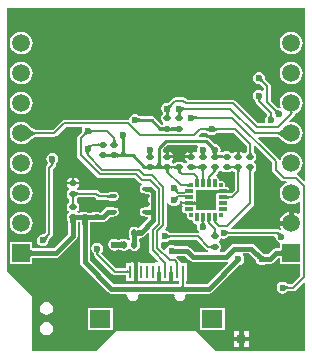
<source format=gbl>
G04*
G04 #@! TF.GenerationSoftware,Altium Limited,Altium Designer,19.1.9 (167)*
G04*
G04 Layer_Physical_Order=2*
G04 Layer_Color=16711680*
%FSLAX24Y24*%
%MOIN*%
G70*
G01*
G75*
%ADD10C,0.0059*%
%ADD11C,0.0079*%
%ADD12C,0.0098*%
G04:AMPARAMS|DCode=31|XSize=23.6mil|YSize=17.7mil|CornerRadius=4.4mil|HoleSize=0mil|Usage=FLASHONLY|Rotation=270.000|XOffset=0mil|YOffset=0mil|HoleType=Round|Shape=RoundedRectangle|*
%AMROUNDEDRECTD31*
21,1,0.0236,0.0089,0,0,270.0*
21,1,0.0148,0.0177,0,0,270.0*
1,1,0.0089,-0.0044,-0.0074*
1,1,0.0089,-0.0044,0.0074*
1,1,0.0089,0.0044,0.0074*
1,1,0.0089,0.0044,-0.0074*
%
%ADD31ROUNDEDRECTD31*%
%ADD32R,0.0315X0.0315*%
G04:AMPARAMS|DCode=35|XSize=23.6mil|YSize=17.7mil|CornerRadius=4.4mil|HoleSize=0mil|Usage=FLASHONLY|Rotation=180.000|XOffset=0mil|YOffset=0mil|HoleType=Round|Shape=RoundedRectangle|*
%AMROUNDEDRECTD35*
21,1,0.0236,0.0089,0,0,180.0*
21,1,0.0148,0.0177,0,0,180.0*
1,1,0.0089,-0.0074,0.0044*
1,1,0.0089,0.0074,0.0044*
1,1,0.0089,0.0074,-0.0044*
1,1,0.0089,-0.0074,-0.0044*
%
%ADD35ROUNDEDRECTD35*%
%ADD44C,0.0157*%
%ADD45C,0.0039*%
%ADD46C,0.0591*%
%ADD47R,0.0591X0.0591*%
%ADD48C,0.0236*%
%ADD49R,0.0709X0.0709*%
G04:AMPARAMS|DCode=50|XSize=11.8mil|YSize=27.6mil|CornerRadius=3mil|HoleSize=0mil|Usage=FLASHONLY|Rotation=0.000|XOffset=0mil|YOffset=0mil|HoleType=Round|Shape=RoundedRectangle|*
%AMROUNDEDRECTD50*
21,1,0.0118,0.0217,0,0,0.0*
21,1,0.0059,0.0276,0,0,0.0*
1,1,0.0059,0.0030,-0.0108*
1,1,0.0059,-0.0030,-0.0108*
1,1,0.0059,-0.0030,0.0108*
1,1,0.0059,0.0030,0.0108*
%
%ADD50ROUNDEDRECTD50*%
G04:AMPARAMS|DCode=51|XSize=13.8mil|YSize=13.8mil|CornerRadius=3.4mil|HoleSize=0mil|Usage=FLASHONLY|Rotation=0.000|XOffset=0mil|YOffset=0mil|HoleType=Round|Shape=RoundedRectangle|*
%AMROUNDEDRECTD51*
21,1,0.0138,0.0069,0,0,0.0*
21,1,0.0069,0.0138,0,0,0.0*
1,1,0.0069,0.0034,-0.0034*
1,1,0.0069,-0.0034,-0.0034*
1,1,0.0069,-0.0034,0.0034*
1,1,0.0069,0.0034,0.0034*
%
%ADD51ROUNDEDRECTD51*%
G04:AMPARAMS|DCode=52|XSize=11.8mil|YSize=27.6mil|CornerRadius=3mil|HoleSize=0mil|Usage=FLASHONLY|Rotation=270.000|XOffset=0mil|YOffset=0mil|HoleType=Round|Shape=RoundedRectangle|*
%AMROUNDEDRECTD52*
21,1,0.0118,0.0217,0,0,270.0*
21,1,0.0059,0.0276,0,0,270.0*
1,1,0.0059,-0.0108,-0.0030*
1,1,0.0059,-0.0108,0.0030*
1,1,0.0059,0.0108,0.0030*
1,1,0.0059,0.0108,-0.0030*
%
%ADD52ROUNDEDRECTD52*%
G04:AMPARAMS|DCode=53|XSize=13.8mil|YSize=13.8mil|CornerRadius=3.4mil|HoleSize=0mil|Usage=FLASHONLY|Rotation=270.000|XOffset=0mil|YOffset=0mil|HoleType=Round|Shape=RoundedRectangle|*
%AMROUNDEDRECTD53*
21,1,0.0138,0.0069,0,0,270.0*
21,1,0.0069,0.0138,0,0,270.0*
1,1,0.0069,-0.0034,-0.0034*
1,1,0.0069,-0.0034,0.0034*
1,1,0.0069,0.0034,0.0034*
1,1,0.0069,0.0034,-0.0034*
%
%ADD53ROUNDEDRECTD53*%
%ADD54R,0.0091X0.0325*%
%ADD55R,0.0591X0.0689*%
G04:AMPARAMS|DCode=56|XSize=12.2mil|YSize=23.6mil|CornerRadius=3.1mil|HoleSize=0mil|Usage=FLASHONLY|Rotation=270.000|XOffset=0mil|YOffset=0mil|HoleType=Round|Shape=RoundedRectangle|*
%AMROUNDEDRECTD56*
21,1,0.0122,0.0175,0,0,270.0*
21,1,0.0061,0.0236,0,0,270.0*
1,1,0.0061,-0.0088,-0.0031*
1,1,0.0061,-0.0088,0.0031*
1,1,0.0061,0.0088,0.0031*
1,1,0.0061,0.0088,-0.0031*
%
%ADD56ROUNDEDRECTD56*%
%ADD57R,0.0098X0.0433*%
%ADD58R,0.0669X0.0591*%
G36*
X9998Y5788D02*
X9952Y5769D01*
X9770Y5951D01*
X9734Y5976D01*
X9730Y5994D01*
X9728Y6020D01*
X9729Y6029D01*
X9806Y6088D01*
X9866Y6166D01*
X9904Y6257D01*
X9917Y6354D01*
X9904Y6452D01*
X9866Y6543D01*
X9806Y6621D01*
X9728Y6681D01*
X9637Y6719D01*
X9539Y6732D01*
X9442Y6719D01*
X9351Y6681D01*
X9273Y6621D01*
X9213Y6543D01*
X9181Y6467D01*
X9129Y6472D01*
X9127Y6483D01*
X9101Y6522D01*
X9101Y6522D01*
X8435Y7188D01*
X8454Y7234D01*
X9075D01*
X9076Y7234D01*
X9087Y7231D01*
X9101Y7226D01*
X9118Y7218D01*
X9138Y7206D01*
X9161Y7190D01*
X9185Y7171D01*
X9241Y7121D01*
X9265Y7098D01*
X9273Y7088D01*
X9351Y7028D01*
X9442Y6990D01*
X9539Y6977D01*
X9637Y6990D01*
X9728Y7028D01*
X9806Y7088D01*
X9866Y7166D01*
X9904Y7257D01*
X9917Y7354D01*
X9904Y7452D01*
X9866Y7543D01*
X9806Y7621D01*
X9728Y7681D01*
X9637Y7719D01*
X9539Y7732D01*
X9503Y7727D01*
X9480Y7774D01*
X9625Y7919D01*
X9651Y7958D01*
X9659Y7999D01*
X9728Y8028D01*
X9806Y8088D01*
X9866Y8166D01*
X9904Y8257D01*
X9917Y8354D01*
X9904Y8452D01*
X9866Y8543D01*
X9806Y8621D01*
X9728Y8681D01*
X9637Y8719D01*
X9539Y8732D01*
X9442Y8719D01*
X9351Y8681D01*
X9273Y8621D01*
X9213Y8543D01*
X9175Y8452D01*
X9162Y8354D01*
X9175Y8257D01*
X9187Y8227D01*
X9155Y8189D01*
X9134Y8193D01*
X9124Y8191D01*
X9120Y8191D01*
X9115Y8192D01*
X9110Y8193D01*
X9106Y8195D01*
X9103Y8196D01*
X9099Y8198D01*
X9096Y8200D01*
X8861Y8436D01*
Y8917D01*
X8851Y8963D01*
X8825Y9002D01*
X8672Y9155D01*
X8670Y9159D01*
X8669Y9162D01*
X8667Y9165D01*
X8666Y9169D01*
X8665Y9174D01*
X8664Y9179D01*
X8663Y9183D01*
X8665Y9193D01*
X8650Y9270D01*
X8606Y9335D01*
X8541Y9378D01*
X8465Y9394D01*
X8388Y9378D01*
X8323Y9335D01*
X8279Y9270D01*
X8264Y9193D01*
X8279Y9116D01*
X8323Y9051D01*
X8388Y9007D01*
X8465Y8992D01*
X8475Y8994D01*
X8479Y8994D01*
X8484Y8993D01*
X8488Y8992D01*
X8492Y8991D01*
X8496Y8989D01*
X8499Y8987D01*
X8502Y8985D01*
X8620Y8867D01*
Y8796D01*
X8570Y8769D01*
X8541Y8788D01*
X8465Y8803D01*
X8388Y8788D01*
X8323Y8744D01*
X8279Y8679D01*
X8264Y8602D01*
X8279Y8526D01*
X8323Y8460D01*
X8342Y8447D01*
X8343Y8447D01*
X8343Y8446D01*
X8344Y8443D01*
X8344Y8439D01*
Y8425D01*
X8344Y8425D01*
X8353Y8379D01*
X8379Y8340D01*
X8729Y7991D01*
X8719Y7939D01*
X8716Y7937D01*
X8673Y7872D01*
X8658Y7795D01*
X8671Y7729D01*
X8643Y7679D01*
X8436D01*
X7676Y8439D01*
X7637Y8466D01*
X7591Y8475D01*
X7591Y8475D01*
X6066D01*
X6030Y8510D01*
X5991Y8536D01*
X5945Y8546D01*
X5945Y8546D01*
X5669D01*
X5669Y8546D01*
X5623Y8536D01*
X5584Y8510D01*
X5584Y8510D01*
X5451Y8377D01*
X5448Y8375D01*
X5444Y8373D01*
X5441Y8372D01*
X5437Y8370D01*
X5433Y8369D01*
X5428Y8368D01*
X5423Y8368D01*
X5413Y8370D01*
X5337Y8355D01*
X5271Y8311D01*
X5228Y8246D01*
X5213Y8169D01*
X5228Y8092D01*
X5256Y8051D01*
X5251Y7987D01*
X5224Y7947D01*
X5214Y7899D01*
Y7810D01*
X5224Y7762D01*
X5251Y7721D01*
X5275Y7705D01*
X5276Y7702D01*
Y7652D01*
X5275Y7649D01*
X5252Y7634D01*
X5247Y7633D01*
X5239Y7631D01*
X5231Y7631D01*
X4974Y7888D01*
X4932Y7916D01*
X4882Y7926D01*
X4494D01*
X4490Y7926D01*
X4486Y7927D01*
X4482Y7929D01*
X4479Y7930D01*
X4477Y7931D01*
X4477Y7931D01*
X4473Y7937D01*
X4408Y7981D01*
X4331Y7996D01*
X4254Y7981D01*
X4189Y7937D01*
X4145Y7872D01*
X4139Y7840D01*
X4094Y7798D01*
X4094Y7798D01*
X1969D01*
X1922Y7788D01*
X1883Y7762D01*
X1883Y7762D01*
X1596Y7475D01*
X1004D01*
X1002Y7475D01*
X992Y7477D01*
X978Y7483D01*
X961Y7491D01*
X940Y7503D01*
X918Y7519D01*
X894Y7537D01*
X837Y7588D01*
X814Y7611D01*
X806Y7621D01*
X728Y7681D01*
X637Y7719D01*
X539Y7732D01*
X442Y7719D01*
X351Y7681D01*
X273Y7621D01*
X213Y7543D01*
X175Y7452D01*
X162Y7354D01*
X175Y7257D01*
X213Y7166D01*
X273Y7088D01*
X351Y7028D01*
X442Y6990D01*
X539Y6977D01*
X637Y6990D01*
X728Y7028D01*
X806Y7088D01*
X814Y7098D01*
X837Y7121D01*
X894Y7171D01*
X918Y7190D01*
X940Y7206D01*
X961Y7218D01*
X978Y7226D01*
X992Y7231D01*
X1002Y7234D01*
X1004Y7234D01*
X1646D01*
X1646Y7234D01*
X1692Y7243D01*
X1731Y7269D01*
X2018Y7557D01*
X2557D01*
X2580Y7513D01*
X2570Y7498D01*
X2555Y7421D01*
X2557Y7411D01*
X2557Y7407D01*
X2556Y7402D01*
X2555Y7398D01*
X2554Y7394D01*
X2552Y7390D01*
X2550Y7387D01*
X2548Y7384D01*
X2435Y7270D01*
X2408Y7231D01*
X2399Y7185D01*
X2399Y7185D01*
Y6614D01*
X2399Y6614D01*
X2408Y6568D01*
X2435Y6529D01*
X3064Y5899D01*
X3064Y5899D01*
X3104Y5873D01*
X3150Y5864D01*
X4320D01*
X4467Y5717D01*
X4467Y5717D01*
X4506Y5691D01*
X4544Y5683D01*
X4551Y5651D01*
X4550Y5632D01*
X4519Y5611D01*
X4495Y5575D01*
X4486Y5532D01*
Y5471D01*
X4495Y5429D01*
X4519Y5393D01*
X4555Y5369D01*
X4597Y5360D01*
X4614D01*
X4624Y5354D01*
X4685Y5341D01*
X4766D01*
X4780Y5327D01*
Y4895D01*
X4685D01*
X4624Y4883D01*
X4614Y4876D01*
X4597D01*
X4555Y4868D01*
X4519Y4844D01*
X4495Y4807D01*
X4486Y4765D01*
Y4704D01*
X4495Y4661D01*
X4519Y4625D01*
X4555Y4601D01*
X4597Y4592D01*
X4614D01*
X4624Y4586D01*
X4685Y4574D01*
X4780D01*
Y4515D01*
X4463Y4197D01*
X4455Y4198D01*
X4445Y4200D01*
X4440Y4201D01*
X4403Y4225D01*
X4355Y4235D01*
X4267D01*
X4219Y4225D01*
X4178Y4198D01*
X4151Y4157D01*
X4141Y4109D01*
Y3962D01*
X4146Y3938D01*
X4150Y3818D01*
Y3802D01*
X4100Y3787D01*
X4089Y3804D01*
X4048Y3831D01*
X4000Y3841D01*
X3912D01*
X3884Y3836D01*
X3883Y3836D01*
X3882Y3835D01*
X3864Y3831D01*
X3855Y3826D01*
X3854Y3825D01*
X3846Y3820D01*
X3839Y3817D01*
X3831Y3814D01*
X3820Y3811D01*
X3807Y3808D01*
X3793Y3806D01*
X3755Y3803D01*
X3719Y3827D01*
X3642Y3842D01*
X3565Y3827D01*
X3500Y3784D01*
X3456Y3719D01*
X3441Y3642D01*
X3456Y3565D01*
X3500Y3500D01*
X3565Y3456D01*
X3642Y3441D01*
X3719Y3456D01*
X3754Y3480D01*
X3763Y3481D01*
X3792Y3478D01*
X3807Y3475D01*
X3820Y3472D01*
X3831Y3469D01*
X3839Y3466D01*
X3846Y3463D01*
X3854Y3458D01*
X3855Y3458D01*
X3864Y3452D01*
X3882Y3448D01*
X3883Y3448D01*
X3884Y3448D01*
X3912Y3442D01*
X4000D01*
X4048Y3452D01*
X4089Y3479D01*
X4106Y3505D01*
X4111Y3507D01*
X4157D01*
X4162Y3505D01*
X4179Y3479D01*
X4220Y3452D01*
X4268Y3442D01*
X4356D01*
X4404Y3452D01*
X4445Y3479D01*
X4472Y3520D01*
X4482Y3568D01*
Y3716D01*
X4477Y3740D01*
X4473Y3831D01*
X4518Y3875D01*
X4528D01*
X4528Y3875D01*
X4589Y3887D01*
X4641Y3922D01*
X4755Y4035D01*
X4801Y4016D01*
Y3445D01*
X4801Y3445D01*
X4810Y3399D01*
X4836Y3360D01*
X5098Y3097D01*
X5079Y3051D01*
X4990D01*
Y3031D01*
X4498D01*
Y3051D01*
X4429D01*
Y3032D01*
X4419D01*
Y2736D01*
Y2441D01*
X4429D01*
Y2421D01*
X4498D01*
Y2441D01*
X4990D01*
Y2421D01*
X5059D01*
Y2441D01*
X5069D01*
Y2736D01*
X5207D01*
Y2441D01*
X5217D01*
Y2421D01*
X5285D01*
Y2441D01*
X5384D01*
Y2421D01*
X5453D01*
Y2441D01*
X5463D01*
Y2736D01*
X5600D01*
Y2441D01*
X5610D01*
Y2421D01*
X5679D01*
Y2441D01*
X5805D01*
Y2345D01*
X5804Y2326D01*
X3610D01*
X2818Y3118D01*
Y4349D01*
X2822Y4384D01*
X2822Y4385D01*
X2874Y4387D01*
X2907D01*
X2936Y4385D01*
X2940Y4385D01*
X2977Y4378D01*
X3125D01*
X3171Y4387D01*
X3248D01*
X3248Y4387D01*
X3309Y4399D01*
X3362Y4434D01*
X3502Y4574D01*
X3583D01*
X3644Y4586D01*
X3654Y4592D01*
X3670D01*
X3713Y4601D01*
X3749Y4625D01*
X3773Y4661D01*
X3782Y4704D01*
Y4765D01*
X3773Y4807D01*
X3749Y4844D01*
X3713Y4868D01*
X3670Y4876D01*
X3654D01*
X3644Y4883D01*
X3583Y4895D01*
X3435D01*
X3374Y4883D01*
X3322Y4848D01*
X3322Y4848D01*
X3182Y4708D01*
X3171D01*
X3125Y4717D01*
X2977D01*
X2953Y4712D01*
X2834Y4708D01*
X2802D01*
X2773Y4709D01*
X2769Y4709D01*
X2731Y4717D01*
X2584D01*
X2560Y4712D01*
X2441Y4708D01*
X2425D01*
X2410Y4758D01*
X2426Y4769D01*
X2453Y4809D01*
X2463Y4857D01*
Y4946D01*
X2453Y4994D01*
X2426Y5035D01*
X2386Y5062D01*
X2384Y5062D01*
Y5174D01*
X2386Y5174D01*
X2408Y5190D01*
X2409Y5190D01*
X2410Y5191D01*
X2426Y5202D01*
X2432Y5210D01*
X2432Y5210D01*
X2433Y5212D01*
X2435Y5212D01*
X2439Y5213D01*
X2445Y5214D01*
X2446Y5214D01*
X2982D01*
X3035Y5161D01*
X3035Y5161D01*
X3074Y5135D01*
X3120Y5126D01*
X3410D01*
X3425Y5124D01*
X3430Y5123D01*
X3435Y5122D01*
X3438Y5121D01*
X3440Y5121D01*
X3440Y5120D01*
X3443Y5119D01*
X3444Y5119D01*
X3452Y5113D01*
X3471Y5109D01*
X3472Y5108D01*
X3473Y5109D01*
X3495Y5104D01*
X3670D01*
X3713Y5113D01*
X3749Y5137D01*
X3773Y5173D01*
X3782Y5216D01*
Y5277D01*
X3773Y5319D01*
X3749Y5355D01*
X3713Y5379D01*
X3670Y5388D01*
X3495D01*
X3473Y5384D01*
X3472Y5384D01*
X3471Y5383D01*
X3452Y5379D01*
X3444Y5374D01*
X3443Y5373D01*
X3440Y5372D01*
X3440Y5372D01*
X3438Y5371D01*
X3435Y5370D01*
X3430Y5369D01*
X3426Y5368D01*
X3405Y5366D01*
X3170D01*
X3117Y5420D01*
X3078Y5446D01*
X3031Y5455D01*
X3031Y5455D01*
X2446D01*
X2445Y5455D01*
X2439Y5456D01*
X2435Y5457D01*
X2433Y5458D01*
X2432Y5459D01*
X2432Y5459D01*
X2426Y5468D01*
X2410Y5479D01*
X2409Y5480D01*
X2408Y5480D01*
X2402Y5484D01*
X2401Y5487D01*
Y5537D01*
X2402Y5540D01*
X2426Y5556D01*
X2453Y5597D01*
X2463Y5645D01*
Y5650D01*
X2065D01*
Y5645D01*
X2074Y5597D01*
X2101Y5556D01*
X2126Y5540D01*
X2127Y5537D01*
Y5487D01*
X2126Y5484D01*
X2101Y5468D01*
X2074Y5427D01*
X2065Y5379D01*
Y5290D01*
X2074Y5242D01*
X2101Y5202D01*
X2142Y5174D01*
X2143Y5174D01*
Y5062D01*
X2142Y5062D01*
X2101Y5035D01*
X2074Y4994D01*
X2065Y4946D01*
Y4857D01*
X2074Y4809D01*
X2101Y4769D01*
X2126Y4752D01*
X2127Y4749D01*
Y4699D01*
X2126Y4697D01*
X2101Y4680D01*
X2074Y4640D01*
X2065Y4592D01*
Y4503D01*
X2070Y4476D01*
X2070Y4475D01*
X2070Y4473D01*
X2074Y4455D01*
X2080Y4446D01*
X2080Y4445D01*
X2085Y4437D01*
X2088Y4431D01*
X2091Y4422D01*
X2094Y4411D01*
X2097Y4398D01*
X2100Y4385D01*
X2103Y4339D01*
Y4004D01*
X1615Y3515D01*
X956D01*
X944Y3516D01*
X927Y3519D01*
X915Y3522D01*
X913Y3523D01*
Y3728D01*
X165D01*
Y2980D01*
X913D01*
Y3186D01*
X915Y3187D01*
X927Y3190D01*
X944Y3193D01*
X956Y3194D01*
X1681D01*
X1681Y3194D01*
X1743Y3206D01*
X1795Y3241D01*
X2377Y3823D01*
X2377Y3823D01*
X2412Y3876D01*
X2424Y3937D01*
X2424Y3937D01*
Y4349D01*
X2428Y4384D01*
X2428Y4385D01*
X2481Y4387D01*
X2493D01*
X2493Y4385D01*
X2497Y4339D01*
Y3051D01*
X2497Y3051D01*
X2509Y2990D01*
X2544Y2938D01*
X3430Y2052D01*
X3430Y2052D01*
X3482Y2017D01*
X3543Y2005D01*
X3543Y2005D01*
X4035D01*
X4076Y1955D01*
X4071Y1929D01*
X4085Y1860D01*
X4124Y1801D01*
X4183Y1762D01*
X4252Y1749D01*
X4321Y1762D01*
X4380Y1801D01*
X4419Y1860D01*
X4433Y1929D01*
X4428Y1955D01*
X4469Y2005D01*
X5610D01*
X5651Y1955D01*
X5646Y1929D01*
X5660Y1860D01*
X5699Y1801D01*
X5758Y1762D01*
X5827Y1749D01*
X5896Y1762D01*
X5954Y1801D01*
X5994Y1860D01*
X6007Y1929D01*
X6002Y1955D01*
X6043Y2005D01*
X6791D01*
X6791Y2005D01*
X6853Y2017D01*
X6905Y2052D01*
X7808Y2955D01*
X7852Y2964D01*
X7918Y3008D01*
X7961Y3073D01*
X7976Y3150D01*
X7961Y3226D01*
X7918Y3292D01*
X7915Y3293D01*
X7930Y3343D01*
X8142D01*
X8369Y3117D01*
X8378Y3073D01*
X8421Y3008D01*
X8486Y2964D01*
X8563Y2949D01*
X8640Y2964D01*
X8675Y2988D01*
X8695Y2989D01*
X8819D01*
X8819Y2989D01*
X8880Y3001D01*
X8932Y3036D01*
X9090Y3194D01*
X9123D01*
X9135Y3193D01*
X9152Y3190D01*
X9164Y3187D01*
X9165Y3186D01*
Y2980D01*
X9830D01*
Y2599D01*
X9556Y2325D01*
X9425D01*
X9422Y2326D01*
X9418Y2327D01*
X9415Y2328D01*
X9411Y2330D01*
X9407Y2333D01*
X9403Y2336D01*
X9400Y2338D01*
X9394Y2347D01*
X9329Y2390D01*
X9252Y2405D01*
X9175Y2390D01*
X9110Y2347D01*
X9067Y2282D01*
X9051Y2205D01*
X9067Y2128D01*
X9110Y2063D01*
X9175Y2019D01*
X9252Y2004D01*
X9329Y2019D01*
X9394Y2063D01*
X9400Y2071D01*
X9403Y2074D01*
X9407Y2077D01*
X9411Y2079D01*
X9415Y2081D01*
X9418Y2082D01*
X9422Y2084D01*
X9425Y2084D01*
X9606D01*
X9606Y2084D01*
X9652Y2093D01*
X9691Y2120D01*
X9952Y2380D01*
X9998Y2361D01*
Y80D01*
X7041D01*
X6395Y726D01*
X6395Y726D01*
X6369Y743D01*
X6339Y750D01*
X3740D01*
X3709Y743D01*
X3683Y726D01*
X3038Y80D01*
X907D01*
Y1870D01*
X901Y1901D01*
X884Y1927D01*
X80Y2730D01*
Y11516D01*
X2067D01*
Y11516D01*
X7972Y11516D01*
X9998D01*
Y5788D01*
D02*
G37*
G36*
X8583Y9180D02*
X8584Y9168D01*
X8586Y9157D01*
X8589Y9147D01*
X8592Y9136D01*
X8596Y9127D01*
X8601Y9117D01*
X8607Y9108D01*
X8614Y9100D01*
X8621Y9092D01*
X8566Y9036D01*
X8558Y9044D01*
X8549Y9050D01*
X8540Y9056D01*
X8531Y9061D01*
X8521Y9065D01*
X8511Y9069D01*
X8500Y9072D01*
X8489Y9073D01*
X8478Y9075D01*
X8466Y9075D01*
X8583Y9192D01*
X8583Y9180D01*
D02*
G37*
G36*
X8528Y8502D02*
X8523Y8496D01*
X8518Y8490D01*
X8515Y8483D01*
X8511Y8476D01*
X8509Y8467D01*
X8507Y8458D01*
X8505Y8448D01*
X8504Y8437D01*
X8504Y8425D01*
X8425D01*
X8425Y8437D01*
X8424Y8448D01*
X8423Y8458D01*
X8420Y8467D01*
X8418Y8476D01*
X8415Y8483D01*
X8411Y8490D01*
X8406Y8496D01*
X8401Y8502D01*
X8396Y8506D01*
X8533D01*
X8528Y8502D01*
D02*
G37*
G36*
X5570Y8270D02*
X5563Y8262D01*
X5556Y8254D01*
X5550Y8245D01*
X5545Y8236D01*
X5541Y8226D01*
X5537Y8216D01*
X5535Y8205D01*
X5533Y8194D01*
X5532Y8182D01*
X5531Y8170D01*
X5415Y8287D01*
X5426Y8288D01*
X5438Y8289D01*
X5449Y8291D01*
X5460Y8293D01*
X5470Y8297D01*
X5480Y8301D01*
X5489Y8306D01*
X5498Y8312D01*
X5506Y8319D01*
X5514Y8326D01*
X5570Y8270D01*
D02*
G37*
G36*
X5900Y8244D02*
X5909Y8236D01*
X5918Y8230D01*
X5927Y8224D01*
X5937Y8219D01*
X5947Y8216D01*
X5957Y8213D01*
X5968Y8210D01*
X5978Y8209D01*
X5989Y8209D01*
Y8130D01*
X5978Y8129D01*
X5968Y8128D01*
X5957Y8126D01*
X5947Y8123D01*
X5937Y8119D01*
X5927Y8114D01*
X5918Y8109D01*
X5909Y8102D01*
X5900Y8095D01*
X5891Y8087D01*
Y8252D01*
X5900Y8244D01*
D02*
G37*
G36*
X9599Y8065D02*
X9595Y8062D01*
X9591Y8058D01*
X9588Y8054D01*
X9585Y8048D01*
X9583Y8041D01*
X9581Y8033D01*
X9580Y8025D01*
X9579Y8015D01*
X9579Y8004D01*
X9500D01*
X9500Y8015D01*
X9499Y8025D01*
X9498Y8033D01*
X9496Y8041D01*
X9494Y8048D01*
X9491Y8054D01*
X9488Y8058D01*
X9484Y8062D01*
X9480Y8065D01*
X9475Y8066D01*
X9604D01*
X9599Y8065D01*
D02*
G37*
G36*
X9041Y8141D02*
X9049Y8135D01*
X9058Y8129D01*
X9068Y8124D01*
X9077Y8120D01*
X9088Y8116D01*
X9098Y8113D01*
X9109Y8112D01*
X9121Y8111D01*
X9133Y8110D01*
X9016Y7993D01*
X9015Y8005D01*
X9014Y8017D01*
X9013Y8028D01*
X9010Y8038D01*
X9006Y8049D01*
X9002Y8058D01*
X8997Y8068D01*
X8991Y8077D01*
X8985Y8085D01*
X8977Y8093D01*
X9033Y8149D01*
X9041Y8141D01*
D02*
G37*
G36*
X5882Y8076D02*
X5874Y8067D01*
X5868Y8058D01*
X5862Y8049D01*
X5857Y8039D01*
X5853Y8029D01*
X5850Y8019D01*
X5848Y8009D01*
X5847Y8001D01*
X5848Y7992D01*
X5850Y7980D01*
X5853Y7970D01*
X5856Y7961D01*
X5861Y7953D01*
X5866Y7948D01*
X5871Y7944D01*
X5878Y7941D01*
X5886Y7940D01*
X5729Y7940D01*
X5736Y7941D01*
X5743Y7944D01*
X5749Y7948D01*
X5754Y7953D01*
X5758Y7961D01*
X5761Y7970D01*
X5764Y7980D01*
X5766Y7992D01*
X5767Y8001D01*
X5766Y8009D01*
X5764Y8019D01*
X5761Y8029D01*
X5757Y8039D01*
X5752Y8049D01*
X5746Y8058D01*
X5740Y8067D01*
X5733Y8076D01*
X5724Y8085D01*
X5890D01*
X5882Y8076D01*
D02*
G37*
G36*
X5488D02*
X5480Y8067D01*
X5474Y8058D01*
X5468Y8049D01*
X5464Y8039D01*
X5460Y8029D01*
X5457Y8019D01*
X5454Y8009D01*
X5454Y8001D01*
X5454Y7992D01*
X5456Y7980D01*
X5459Y7970D01*
X5463Y7961D01*
X5467Y7953D01*
X5472Y7948D01*
X5478Y7944D01*
X5484Y7941D01*
X5492Y7940D01*
X5335Y7940D01*
X5342Y7941D01*
X5349Y7944D01*
X5355Y7948D01*
X5360Y7953D01*
X5364Y7961D01*
X5368Y7970D01*
X5370Y7980D01*
X5372Y7992D01*
X5373Y8001D01*
X5372Y8009D01*
X5370Y8019D01*
X5367Y8029D01*
X5363Y8039D01*
X5358Y8049D01*
X5353Y8058D01*
X5346Y8067D01*
X5339Y8076D01*
X5331Y8085D01*
X5496D01*
X5488Y8076D01*
D02*
G37*
G36*
X8898Y7967D02*
X8899Y7956D01*
X8902Y7945D01*
X8905Y7935D01*
X8908Y7925D01*
X8913Y7916D01*
X8919Y7906D01*
X8925Y7897D01*
X8933Y7888D01*
X8941Y7880D01*
X8776D01*
X8784Y7888D01*
X8791Y7897D01*
X8798Y7906D01*
X8803Y7916D01*
X8808Y7925D01*
X8812Y7935D01*
X8815Y7945D01*
X8817Y7956D01*
X8818Y7967D01*
X8819Y7977D01*
X8898D01*
X8898Y7967D01*
D02*
G37*
G36*
X6294Y7948D02*
X6303Y7941D01*
X6312Y7935D01*
X6321Y7929D01*
X6331Y7924D01*
X6341Y7920D01*
X6351Y7917D01*
X6361Y7915D01*
X6372Y7914D01*
X6383Y7913D01*
Y7835D01*
X6372Y7834D01*
X6361Y7833D01*
X6351Y7831D01*
X6341Y7828D01*
X6331Y7824D01*
X6321Y7819D01*
X6312Y7813D01*
X6303Y7807D01*
X6294Y7800D01*
X6285Y7791D01*
Y7957D01*
X6294Y7948D01*
D02*
G37*
G36*
X4422Y7872D02*
X4429Y7866D01*
X4437Y7861D01*
X4446Y7857D01*
X4455Y7853D01*
X4465Y7850D01*
X4475Y7847D01*
X4486Y7846D01*
X4497Y7845D01*
X4509Y7844D01*
Y7746D01*
X4497Y7746D01*
X4486Y7745D01*
X4475Y7743D01*
X4465Y7741D01*
X4455Y7738D01*
X4446Y7734D01*
X4437Y7730D01*
X4429Y7725D01*
X4422Y7719D01*
X4415Y7713D01*
Y7878D01*
X4422Y7872D01*
D02*
G37*
G36*
X5702Y7425D02*
X5698Y7430D01*
X5692Y7434D01*
X5685Y7438D01*
X5676Y7441D01*
X5666Y7444D01*
X5654Y7447D01*
X5641Y7448D01*
X5610Y7450D01*
X5580Y7448D01*
X5566Y7447D01*
X5555Y7444D01*
X5544Y7441D01*
X5536Y7438D01*
X5528Y7434D01*
X5523Y7430D01*
X5518Y7425D01*
Y7575D01*
X5523Y7570D01*
X5528Y7566D01*
X5536Y7562D01*
X5544Y7559D01*
X5555Y7556D01*
X5566Y7553D01*
X5580Y7552D01*
X5610Y7550D01*
X5641Y7552D01*
X5654Y7553D01*
X5666Y7556D01*
X5676Y7559D01*
X5685Y7562D01*
X5692Y7566D01*
X5698Y7570D01*
X5702Y7575D01*
Y7425D01*
D02*
G37*
G36*
X5308D02*
X5304Y7430D01*
X5298Y7434D01*
X5291Y7438D01*
X5282Y7441D01*
X5272Y7444D01*
X5260Y7447D01*
X5247Y7448D01*
X5216Y7451D01*
X5198Y7451D01*
Y7549D01*
X5216Y7549D01*
X5247Y7552D01*
X5260Y7553D01*
X5272Y7556D01*
X5282Y7559D01*
X5291Y7562D01*
X5298Y7566D01*
X5304Y7570D01*
X5308Y7575D01*
Y7425D01*
D02*
G37*
G36*
X6983Y7555D02*
X6992Y7547D01*
X7001Y7541D01*
X7010Y7535D01*
X7020Y7531D01*
X7030Y7527D01*
X7040Y7524D01*
X7050Y7521D01*
X7061Y7520D01*
X7072Y7520D01*
Y7441D01*
X7061Y7441D01*
X7050Y7439D01*
X7040Y7437D01*
X7030Y7434D01*
X7020Y7430D01*
X7010Y7425D01*
X7001Y7420D01*
X6992Y7413D01*
X6983Y7406D01*
X6974Y7398D01*
Y7563D01*
X6983Y7555D01*
D02*
G37*
G36*
X6805Y7398D02*
X6797Y7406D01*
X6788Y7413D01*
X6779Y7420D01*
X6769Y7425D01*
X6760Y7430D01*
X6750Y7434D01*
X6740Y7437D01*
X6729Y7439D01*
X6719Y7441D01*
X6708Y7441D01*
Y7520D01*
X6719Y7520D01*
X6729Y7521D01*
X6740Y7524D01*
X6750Y7527D01*
X6760Y7531D01*
X6769Y7535D01*
X6779Y7541D01*
X6788Y7547D01*
X6797Y7555D01*
X6805Y7563D01*
Y7398D01*
D02*
G37*
G36*
X2849Y7496D02*
X2858Y7488D01*
X2867Y7482D01*
X2876Y7476D01*
X2886Y7471D01*
X2896Y7468D01*
X2906Y7465D01*
X2916Y7462D01*
X2927Y7461D01*
X2938Y7461D01*
Y7382D01*
X2927Y7381D01*
X2916Y7380D01*
X2906Y7378D01*
X2896Y7375D01*
X2886Y7371D01*
X2876Y7366D01*
X2867Y7361D01*
X2858Y7354D01*
X2849Y7347D01*
X2840Y7339D01*
Y7504D01*
X2849Y7496D01*
D02*
G37*
G36*
X8049Y6938D02*
Y6735D01*
X8047Y6735D01*
X8007Y6708D01*
X8003Y6701D01*
X7942D01*
X7938Y6708D01*
X7897Y6735D01*
X7849Y6745D01*
X7815D01*
Y6575D01*
X7736D01*
Y6745D01*
X7702D01*
X7654Y6735D01*
X7613Y6708D01*
X7609Y6701D01*
X7549D01*
X7544Y6708D01*
X7504Y6735D01*
X7456Y6745D01*
X7308D01*
X7260Y6735D01*
X7237Y6720D01*
X7237Y6720D01*
X7236Y6719D01*
X7232Y6716D01*
X7184Y6734D01*
X7180Y6745D01*
X7189Y6791D01*
X7174Y6868D01*
X7130Y6933D01*
X7065Y6977D01*
X6988Y6992D01*
X6981Y6991D01*
X6981Y6991D01*
X6978Y6991D01*
X6975Y6993D01*
X6972Y6994D01*
X6968Y6997D01*
X6965Y6999D01*
X6785Y7179D01*
X6743Y7207D01*
X6693Y7217D01*
X6468D01*
X6449Y7263D01*
X6546Y7360D01*
X6716D01*
X6720Y7359D01*
X6724Y7358D01*
X6727Y7357D01*
X6731Y7355D01*
X6735Y7352D01*
X6739Y7350D01*
X6742Y7347D01*
X6748Y7338D01*
X6813Y7295D01*
X6890Y7280D01*
X6967Y7295D01*
X7032Y7338D01*
X7037Y7347D01*
X7041Y7350D01*
X7045Y7352D01*
X7049Y7355D01*
X7052Y7357D01*
X7056Y7358D01*
X7060Y7359D01*
X7063Y7360D01*
X7627D01*
X8049Y6938D01*
D02*
G37*
G36*
X2755Y7303D02*
X2743Y7303D01*
X2731Y7302D01*
X2720Y7300D01*
X2710Y7297D01*
X2699Y7294D01*
X2690Y7290D01*
X2680Y7285D01*
X2671Y7279D01*
X2663Y7272D01*
X2655Y7265D01*
X2599Y7320D01*
X2607Y7328D01*
X2613Y7337D01*
X2619Y7346D01*
X2624Y7355D01*
X2628Y7365D01*
X2632Y7375D01*
X2635Y7386D01*
X2636Y7397D01*
X2638Y7408D01*
X2638Y7420D01*
X2755Y7303D01*
D02*
G37*
G36*
X9329Y7148D02*
X9296Y7179D01*
X9236Y7233D01*
X9208Y7255D01*
X9182Y7273D01*
X9157Y7288D01*
X9133Y7300D01*
X9110Y7308D01*
X9089Y7313D01*
X9070Y7315D01*
Y7394D01*
X9089Y7395D01*
X9110Y7400D01*
X9133Y7409D01*
X9157Y7420D01*
X9182Y7436D01*
X9208Y7454D01*
X9236Y7476D01*
X9296Y7529D01*
X9329Y7561D01*
Y7148D01*
D02*
G37*
G36*
X782Y7529D02*
X842Y7476D01*
X870Y7454D01*
X897Y7436D01*
X922Y7420D01*
X946Y7409D01*
X968Y7400D01*
X989Y7395D01*
X1009Y7394D01*
Y7315D01*
X989Y7313D01*
X968Y7308D01*
X946Y7300D01*
X922Y7288D01*
X897Y7273D01*
X870Y7255D01*
X842Y7233D01*
X782Y7179D01*
X750Y7148D01*
Y7561D01*
X782Y7529D01*
D02*
G37*
G36*
X4013Y7192D02*
X4008Y7185D01*
X4003Y7177D01*
X3998Y7168D01*
X3995Y7159D01*
X3992Y7150D01*
X3989Y7139D01*
X3988Y7129D01*
X3987Y7117D01*
X3986Y7105D01*
X3888D01*
X3887Y7117D01*
X3886Y7129D01*
X3885Y7139D01*
X3882Y7150D01*
X3879Y7159D01*
X3876Y7168D01*
X3871Y7177D01*
X3866Y7185D01*
X3861Y7192D01*
X3854Y7199D01*
X4020D01*
X4013Y7192D01*
D02*
G37*
G36*
X3681Y7120D02*
X3683Y7106D01*
X3685Y7094D01*
X3687Y7084D01*
X3691Y7075D01*
X3695Y7068D01*
X3700Y7062D01*
X3706Y7058D01*
X3713Y7055D01*
X3720Y7055D01*
X3563D01*
X3571Y7055D01*
X3577Y7058D01*
X3583Y7062D01*
X3588Y7068D01*
X3593Y7075D01*
X3596Y7084D01*
X3599Y7094D01*
X3601Y7106D01*
X3602Y7120D01*
X3602Y7135D01*
X3681D01*
X3681Y7120D01*
D02*
G37*
G36*
X3143Y6893D02*
X3138Y6900D01*
X3132Y6906D01*
X3125Y6912D01*
X3117Y6916D01*
X3108Y6920D01*
X3099Y6923D01*
X3088Y6926D01*
X3077Y6928D01*
X3065Y6929D01*
X3052Y6929D01*
Y7008D01*
X3065Y7008D01*
X3077Y7009D01*
X3088Y7011D01*
X3099Y7014D01*
X3108Y7017D01*
X3117Y7021D01*
X3125Y7026D01*
X3132Y7031D01*
X3138Y7037D01*
X3143Y7044D01*
Y6893D01*
D02*
G37*
G36*
X2913Y6932D02*
X2905Y6924D01*
X2899Y6915D01*
X2893Y6906D01*
X2888Y6897D01*
X2883Y6887D01*
X2880Y6877D01*
X2877Y6866D01*
X2875Y6855D01*
X2874Y6844D01*
X2874Y6832D01*
X2757Y6949D01*
X2769Y6949D01*
X2780Y6950D01*
X2792Y6952D01*
X2802Y6955D01*
X2812Y6958D01*
X2822Y6962D01*
X2831Y6967D01*
X2840Y6973D01*
X2849Y6980D01*
X2857Y6987D01*
X2913Y6932D01*
D02*
G37*
G36*
X6906Y6944D02*
X6914Y6937D01*
X6923Y6930D01*
X6932Y6925D01*
X6941Y6920D01*
X6950Y6916D01*
X6959Y6913D01*
X6968Y6911D01*
X6978Y6910D01*
X6987Y6909D01*
X6870Y6793D01*
X6870Y6802D01*
X6869Y6811D01*
X6866Y6820D01*
X6863Y6829D01*
X6860Y6838D01*
X6855Y6847D01*
X6849Y6856D01*
X6843Y6865D01*
X6836Y6874D01*
X6827Y6883D01*
X6897Y6952D01*
X6906Y6944D01*
D02*
G37*
G36*
X6434Y6906D02*
X6409Y6868D01*
X6394Y6791D01*
X6405Y6736D01*
X6376Y6716D01*
X6359Y6711D01*
X6323Y6735D01*
X6275Y6745D01*
X6240D01*
Y6575D01*
X6201D01*
Y6535D01*
X6002D01*
Y6531D01*
X6011Y6483D01*
X6038Y6442D01*
X6055Y6431D01*
X6058Y6379D01*
X6024Y6347D01*
X5974D01*
X5970Y6353D01*
X5929Y6381D01*
X5881Y6390D01*
X5733D01*
X5685Y6381D01*
X5663Y6366D01*
X5662Y6365D01*
X5661Y6364D01*
X5645Y6353D01*
X5639Y6345D01*
X5638Y6345D01*
X5638Y6344D01*
X5635Y6343D01*
X5632Y6342D01*
X5626Y6341D01*
X5625Y6341D01*
X5596D01*
X5594Y6341D01*
X5589Y6342D01*
X5585Y6343D01*
X5583Y6344D01*
X5582Y6345D01*
X5581Y6345D01*
X5576Y6353D01*
X5559Y6364D01*
X5558Y6365D01*
X5558Y6366D01*
X5551Y6370D01*
X5550Y6373D01*
Y6423D01*
X5551Y6425D01*
X5576Y6442D01*
X5603Y6483D01*
X5613Y6531D01*
Y6535D01*
X5413D01*
Y6575D01*
X5374D01*
Y6745D01*
X5340D01*
X5310Y6739D01*
X5265Y6770D01*
X5263Y6810D01*
X5408Y6956D01*
X6408D01*
X6434Y6906D01*
D02*
G37*
G36*
X7028Y6726D02*
X7029Y6713D01*
X7030Y6707D01*
X7071Y6707D01*
X7063Y6698D01*
X7055Y6689D01*
X7049Y6680D01*
X7044Y6672D01*
X7047Y6668D01*
X7053Y6664D01*
X7059Y6662D01*
X7067Y6661D01*
X7038D01*
X7034Y6651D01*
X7031Y6641D01*
X7029Y6631D01*
X7028Y6620D01*
X7028Y6609D01*
X6949Y6609D01*
X6948Y6620D01*
X6947Y6631D01*
X6945Y6641D01*
X6942Y6651D01*
X6938Y6661D01*
X6910D01*
X6917Y6662D01*
X6924Y6664D01*
X6930Y6668D01*
X6933Y6672D01*
X6928Y6680D01*
X6921Y6689D01*
X6914Y6698D01*
X6906Y6707D01*
X6946Y6707D01*
X6947Y6713D01*
X6948Y6726D01*
X6949Y6742D01*
X7028D01*
X7028Y6726D01*
D02*
G37*
G36*
X3987Y6743D02*
X3990Y6726D01*
X3995Y6712D01*
X4002Y6699D01*
X4011Y6688D01*
X4022Y6679D01*
X4034Y6672D01*
X4049Y6667D01*
X4066Y6664D01*
X4085Y6663D01*
X3937Y6565D01*
X3857Y6618D01*
Y6565D01*
X3839Y6565D01*
X3808Y6563D01*
X3795Y6561D01*
X3783Y6558D01*
X3773Y6556D01*
X3764Y6552D01*
X3757Y6548D01*
X3751Y6544D01*
X3747Y6539D01*
Y6690D01*
X3751Y6685D01*
X3757Y6680D01*
X3764Y6676D01*
X3773Y6673D01*
X3783Y6670D01*
X3795Y6668D01*
X3808Y6666D01*
X3814Y6665D01*
X3825Y6667D01*
X3840Y6672D01*
X3852Y6679D01*
X3863Y6688D01*
X3872Y6699D01*
X3879Y6712D01*
X3884Y6726D01*
X3887Y6743D01*
X3888Y6762D01*
X3986D01*
X3987Y6743D01*
D02*
G37*
G36*
X8209Y6726D02*
X8210Y6713D01*
X8212Y6701D01*
X8215Y6690D01*
X8218Y6681D01*
X8223Y6674D01*
X8228Y6668D01*
X8234Y6664D01*
X8240Y6662D01*
X8248Y6661D01*
X8091D01*
X8098Y6662D01*
X8105Y6664D01*
X8111Y6668D01*
X8116Y6674D01*
X8120Y6681D01*
X8124Y6690D01*
X8126Y6701D01*
X8128Y6713D01*
X8130Y6726D01*
X8130Y6742D01*
X8209D01*
X8209Y6726D01*
D02*
G37*
G36*
X4863D02*
X4864Y6713D01*
X4865Y6707D01*
X4906D01*
X4897Y6698D01*
X4890Y6689D01*
X4883Y6680D01*
X4878Y6672D01*
X4881Y6668D01*
X4887Y6664D01*
X4894Y6662D01*
X4901Y6661D01*
X4873D01*
X4869Y6651D01*
X4866Y6641D01*
X4864Y6631D01*
X4863Y6620D01*
X4862Y6609D01*
X4783D01*
X4783Y6620D01*
X4782Y6631D01*
X4780Y6641D01*
X4777Y6651D01*
X4773Y6661D01*
X4744D01*
X4752Y6662D01*
X4758Y6664D01*
X4764Y6668D01*
X4767Y6672D01*
X4762Y6680D01*
X4756Y6689D01*
X4748Y6698D01*
X4740Y6707D01*
X4781D01*
X4782Y6713D01*
X4783Y6726D01*
X4783Y6742D01*
X4862D01*
X4863Y6726D01*
D02*
G37*
G36*
X2830Y6738D02*
X2823Y6729D01*
X2816Y6720D01*
X2811Y6710D01*
X2806Y6701D01*
X2802Y6691D01*
X2799Y6681D01*
X2797Y6670D01*
X2796Y6659D01*
X2795Y6648D01*
X2717D01*
X2716Y6659D01*
X2715Y6670D01*
X2713Y6681D01*
X2710Y6691D01*
X2706Y6701D01*
X2701Y6710D01*
X2695Y6720D01*
X2689Y6729D01*
X2681Y6738D01*
X2673Y6746D01*
X2839D01*
X2830Y6738D01*
D02*
G37*
G36*
X6634Y6726D02*
X6635Y6713D01*
X6636Y6707D01*
X6677D01*
X6669Y6698D01*
X6662Y6689D01*
X6655Y6680D01*
X6650Y6672D01*
X6653Y6668D01*
X6659Y6664D01*
X6666Y6662D01*
X6673Y6661D01*
X6645D01*
X6641Y6651D01*
X6638Y6641D01*
X6636Y6631D01*
X6634Y6620D01*
X6634Y6609D01*
X6555D01*
X6555Y6620D01*
X6553Y6631D01*
X6551Y6641D01*
X6548Y6651D01*
X6544Y6661D01*
X6516D01*
X6523Y6662D01*
X6530Y6664D01*
X6536Y6668D01*
X6539Y6672D01*
X6534Y6680D01*
X6527Y6689D01*
X6520Y6698D01*
X6512Y6707D01*
X6553D01*
X6554Y6713D01*
X6555Y6726D01*
X6555Y6742D01*
X6634D01*
X6634Y6726D01*
D02*
G37*
G36*
X3537Y6539D02*
X3532Y6546D01*
X3525Y6552D01*
X3519Y6557D01*
X3511Y6562D01*
X3502Y6566D01*
X3492Y6569D01*
X3482Y6572D01*
X3471Y6573D01*
X3458Y6574D01*
X3445Y6575D01*
Y6654D01*
X3458Y6654D01*
X3471Y6655D01*
X3482Y6657D01*
X3492Y6659D01*
X3502Y6663D01*
X3511Y6666D01*
X3519Y6671D01*
X3525Y6677D01*
X3532Y6683D01*
X3537Y6690D01*
Y6539D01*
D02*
G37*
G36*
X3358Y6683D02*
X3364Y6677D01*
X3371Y6671D01*
X3379Y6666D01*
X3388Y6663D01*
X3397Y6659D01*
X3408Y6657D01*
X3419Y6655D01*
X3431Y6654D01*
X3445Y6654D01*
Y6575D01*
X3431Y6574D01*
X3419Y6573D01*
X3408Y6572D01*
X3397Y6569D01*
X3388Y6566D01*
X3379Y6562D01*
X3371Y6557D01*
X3364Y6552D01*
X3358Y6546D01*
X3353Y6539D01*
Y6690D01*
X3358Y6683D01*
D02*
G37*
G36*
X7277Y6499D02*
X7272Y6506D01*
X7266Y6512D01*
X7259Y6518D01*
X7251Y6522D01*
X7242Y6526D01*
X7232Y6530D01*
X7222Y6532D01*
X7211Y6534D01*
X7198Y6535D01*
X7185Y6535D01*
Y6614D01*
X7198Y6615D01*
X7211Y6616D01*
X7222Y6617D01*
X7232Y6620D01*
X7242Y6623D01*
X7251Y6627D01*
X7259Y6632D01*
X7266Y6637D01*
X7272Y6643D01*
X7277Y6650D01*
Y6499D01*
D02*
G37*
G36*
X7098Y6643D02*
X7104Y6637D01*
X7111Y6632D01*
X7119Y6627D01*
X7128Y6623D01*
X7138Y6620D01*
X7148Y6617D01*
X7159Y6616D01*
X7172Y6615D01*
X7185Y6614D01*
Y6535D01*
X7172Y6535D01*
X7159Y6534D01*
X7148Y6532D01*
X7138Y6530D01*
X7128Y6526D01*
X7119Y6522D01*
X7111Y6518D01*
X7104Y6512D01*
X7098Y6506D01*
X7093Y6499D01*
Y6650D01*
X7098Y6643D01*
D02*
G37*
G36*
X5168Y6349D02*
X5171Y6333D01*
X5176Y6318D01*
X5183Y6305D01*
X5192Y6294D01*
X5203Y6285D01*
X5216Y6279D01*
X5230Y6274D01*
X5241Y6272D01*
X5247Y6272D01*
X5260Y6274D01*
X5272Y6276D01*
X5282Y6279D01*
X5291Y6283D01*
X5299Y6286D01*
X5304Y6291D01*
X5308Y6296D01*
Y6145D01*
X5304Y6150D01*
X5299Y6155D01*
X5291Y6158D01*
X5282Y6162D01*
X5272Y6165D01*
X5260Y6167D01*
X5247Y6169D01*
X5216Y6171D01*
X5198Y6171D01*
Y6225D01*
X5118Y6171D01*
X5038Y6225D01*
Y6171D01*
X5020Y6171D01*
X4989Y6169D01*
X4976Y6167D01*
X4964Y6165D01*
X4954Y6162D01*
X4945Y6158D01*
X4938Y6155D01*
X4932Y6150D01*
X4928Y6145D01*
Y6296D01*
X4932Y6291D01*
X4938Y6286D01*
X4945Y6283D01*
X4954Y6279D01*
X4964Y6276D01*
X4976Y6274D01*
X4989Y6272D01*
X4995Y6272D01*
X5006Y6274D01*
X5021Y6279D01*
X5033Y6285D01*
X5044Y6294D01*
X5053Y6305D01*
X5060Y6318D01*
X5065Y6333D01*
X5068Y6349D01*
X5069Y6368D01*
X5167D01*
X5168Y6349D01*
D02*
G37*
G36*
X4709Y6161D02*
X4709Y6163D01*
X4707Y6165D01*
X4704Y6166D01*
X4699Y6168D01*
X4693Y6169D01*
X4686Y6170D01*
X4669Y6171D01*
X4646Y6171D01*
Y6270D01*
X4658Y6270D01*
X4693Y6272D01*
X4699Y6273D01*
X4704Y6275D01*
X4707Y6276D01*
X4709Y6278D01*
X4709Y6280D01*
Y6161D01*
D02*
G37*
G36*
X7671Y6145D02*
X7665Y6152D01*
X7659Y6158D01*
X7652Y6163D01*
X7645Y6168D01*
X7636Y6172D01*
X7626Y6175D01*
X7616Y6178D01*
X7604Y6180D01*
X7592Y6181D01*
X7579Y6181D01*
Y6260D01*
X7592Y6260D01*
X7604Y6261D01*
X7616Y6263D01*
X7626Y6266D01*
X7636Y6269D01*
X7645Y6273D01*
X7652Y6277D01*
X7659Y6283D01*
X7665Y6289D01*
X7671Y6296D01*
Y6145D01*
D02*
G37*
G36*
X7492Y6289D02*
X7498Y6283D01*
X7505Y6277D01*
X7513Y6273D01*
X7522Y6269D01*
X7531Y6266D01*
X7542Y6263D01*
X7553Y6261D01*
X7565Y6260D01*
X7578Y6260D01*
Y6181D01*
X7565Y6181D01*
X7553Y6180D01*
X7542Y6178D01*
X7531Y6175D01*
X7522Y6172D01*
X7513Y6168D01*
X7505Y6163D01*
X7498Y6158D01*
X7492Y6152D01*
X7487Y6145D01*
Y6296D01*
X7492Y6289D01*
D02*
G37*
G36*
X6490Y6145D02*
X6484Y6152D01*
X6478Y6158D01*
X6471Y6163D01*
X6463Y6168D01*
X6455Y6172D01*
X6445Y6175D01*
X6435Y6178D01*
X6423Y6180D01*
X6411Y6181D01*
X6398Y6181D01*
Y6260D01*
X6411Y6260D01*
X6423Y6261D01*
X6435Y6263D01*
X6445Y6266D01*
X6455Y6269D01*
X6463Y6273D01*
X6471Y6277D01*
X6478Y6283D01*
X6484Y6289D01*
X6490Y6296D01*
Y6145D01*
D02*
G37*
G36*
X6311Y6289D02*
X6317Y6283D01*
X6324Y6277D01*
X6332Y6273D01*
X6341Y6269D01*
X6350Y6266D01*
X6361Y6263D01*
X6372Y6261D01*
X6384Y6260D01*
X6397Y6260D01*
Y6181D01*
X6384Y6181D01*
X6372Y6180D01*
X6361Y6178D01*
X6350Y6175D01*
X6341Y6172D01*
X6332Y6168D01*
X6324Y6163D01*
X6317Y6158D01*
X6311Y6152D01*
X6306Y6145D01*
Y6296D01*
X6311Y6289D01*
D02*
G37*
G36*
X5702Y6145D02*
X5697Y6152D01*
X5691Y6158D01*
X5684Y6163D01*
X5676Y6168D01*
X5667Y6172D01*
X5658Y6175D01*
X5647Y6178D01*
X5636Y6180D01*
X5624Y6181D01*
X5611Y6181D01*
Y6260D01*
X5624Y6260D01*
X5636Y6261D01*
X5647Y6263D01*
X5658Y6266D01*
X5667Y6269D01*
X5676Y6273D01*
X5684Y6277D01*
X5691Y6283D01*
X5697Y6289D01*
X5702Y6296D01*
Y6145D01*
D02*
G37*
G36*
X5524Y6289D02*
X5530Y6283D01*
X5537Y6277D01*
X5544Y6273D01*
X5553Y6269D01*
X5563Y6266D01*
X5573Y6263D01*
X5585Y6261D01*
X5597Y6260D01*
X5610Y6260D01*
Y6181D01*
X5597Y6181D01*
X5585Y6180D01*
X5573Y6178D01*
X5563Y6175D01*
X5553Y6172D01*
X5544Y6168D01*
X5537Y6163D01*
X5530Y6158D01*
X5524Y6152D01*
X5518Y6145D01*
Y6296D01*
X5524Y6289D01*
D02*
G37*
G36*
X7036Y6133D02*
X7034Y6131D01*
X7033Y6129D01*
X7031Y6125D01*
X7030Y6121D01*
X7029Y6115D01*
X7028Y6109D01*
X7028Y6092D01*
X7028Y6083D01*
X6949D01*
X6949Y6092D01*
X6947Y6115D01*
X6946Y6121D01*
X6945Y6125D01*
X6944Y6129D01*
X6942Y6131D01*
X6941Y6133D01*
X6939Y6133D01*
X7038D01*
X7036Y6133D01*
D02*
G37*
G36*
X5871Y6133D02*
X5866Y6131D01*
X5861Y6127D01*
X5857Y6122D01*
X5854Y6116D01*
X5851Y6108D01*
X5849Y6099D01*
X5848Y6088D01*
X5847Y6076D01*
X5846Y6063D01*
X5768D01*
X5767Y6076D01*
X5767Y6088D01*
X5765Y6099D01*
X5763Y6108D01*
X5760Y6116D01*
X5757Y6122D01*
X5753Y6127D01*
X5749Y6131D01*
X5744Y6133D01*
X5738Y6133D01*
X5876D01*
X5871Y6133D01*
D02*
G37*
G36*
X5477D02*
X5472Y6131D01*
X5467Y6127D01*
X5464Y6122D01*
X5460Y6116D01*
X5458Y6108D01*
X5455Y6099D01*
X5454Y6088D01*
X5453Y6076D01*
X5453Y6063D01*
X5374D01*
X5374Y6076D01*
X5373Y6088D01*
X5371Y6099D01*
X5369Y6108D01*
X5367Y6116D01*
X5363Y6122D01*
X5359Y6127D01*
X5355Y6131D01*
X5350Y6133D01*
X5344Y6133D01*
X5483D01*
X5477Y6133D01*
D02*
G37*
G36*
X8240Y6134D02*
X8234Y6131D01*
X8228Y6127D01*
X8223Y6121D01*
X8218Y6114D01*
X8215Y6105D01*
X8212Y6095D01*
X8210Y6083D01*
X8209Y6069D01*
X8209Y6054D01*
X8130D01*
X8130Y6069D01*
X8128Y6083D01*
X8126Y6095D01*
X8124Y6105D01*
X8120Y6114D01*
X8116Y6121D01*
X8111Y6127D01*
X8105Y6131D01*
X8098Y6134D01*
X8091Y6134D01*
X8248D01*
X8240Y6134D01*
D02*
G37*
G36*
X7847D02*
X7840Y6131D01*
X7834Y6127D01*
X7829Y6121D01*
X7825Y6114D01*
X7821Y6105D01*
X7818Y6095D01*
X7817Y6083D01*
X7815Y6069D01*
X7815Y6054D01*
X7736D01*
X7736Y6069D01*
X7735Y6083D01*
X7733Y6095D01*
X7730Y6105D01*
X7726Y6114D01*
X7722Y6121D01*
X7717Y6127D01*
X7711Y6131D01*
X7705Y6134D01*
X7697Y6134D01*
X7854D01*
X7847Y6134D01*
D02*
G37*
G36*
X6673Y6134D02*
X6666Y6134D01*
X6659Y6131D01*
X6653Y6127D01*
X6648Y6121D01*
X6644Y6114D01*
X6640Y6105D01*
X6637Y6095D01*
X6635Y6083D01*
X6634Y6069D01*
X6634Y6054D01*
X6555D01*
X6555Y6069D01*
X6554Y6083D01*
X6552Y6095D01*
X6549Y6105D01*
X6545Y6114D01*
X6541Y6121D01*
X6536Y6127D01*
X6530Y6131D01*
X6523Y6134D01*
X6516Y6134D01*
X6673Y6134D01*
D02*
G37*
G36*
X7595Y6100D02*
X7600Y6099D01*
X7604Y6098D01*
X7606Y6097D01*
X7607Y6096D01*
X7607Y6096D01*
X7613Y6087D01*
X7630Y6076D01*
X7631Y6076D01*
X7631Y6075D01*
X7654Y6060D01*
X7655Y6060D01*
Y5463D01*
X7562Y5370D01*
X7493Y5372D01*
X7491Y5374D01*
X7264D01*
Y5453D01*
X7480D01*
X7474Y5485D01*
X7450Y5521D01*
X7414Y5545D01*
X7381Y5552D01*
X7335Y5576D01*
Y5645D01*
X7326Y5689D01*
X7301Y5726D01*
X7264Y5751D01*
X7219Y5760D01*
X7151D01*
X7126Y5806D01*
X7120Y5839D01*
X7096Y5875D01*
X7060Y5899D01*
X7048Y5902D01*
X7032Y5956D01*
X7073Y5998D01*
X7099Y6037D01*
X7104Y6059D01*
X7110Y6060D01*
X7151Y6087D01*
X7155Y6094D01*
X7215D01*
X7219Y6087D01*
X7260Y6060D01*
X7308Y6051D01*
X7456D01*
X7504Y6060D01*
X7526Y6075D01*
X7527Y6076D01*
X7528Y6076D01*
X7544Y6087D01*
X7550Y6096D01*
X7550Y6096D01*
X7551Y6097D01*
X7554Y6098D01*
X7557Y6099D01*
X7563Y6100D01*
X7564Y6100D01*
X7593D01*
X7595Y6100D01*
D02*
G37*
G36*
X6831Y5874D02*
X6833Y5838D01*
X6835Y5832D01*
X6836Y5827D01*
X6837Y5823D01*
X6839Y5820D01*
X6841Y5818D01*
X6741D01*
X6743Y5820D01*
X6745Y5823D01*
X6747Y5827D01*
X6748Y5832D01*
X6749Y5838D01*
X6750Y5846D01*
X6752Y5864D01*
X6752Y5886D01*
X6831D01*
X6831Y5874D01*
D02*
G37*
G36*
X6437Y5874D02*
X6440Y5838D01*
X6441Y5832D01*
X6442Y5827D01*
X6444Y5823D01*
X6446Y5820D01*
X6448Y5818D01*
X6348D01*
X6350Y5820D01*
X6352Y5823D01*
X6353Y5827D01*
X6354Y5832D01*
X6356Y5838D01*
X6357Y5846D01*
X6358Y5864D01*
X6358Y5886D01*
X6437D01*
X6437Y5874D01*
D02*
G37*
G36*
X6634Y5889D02*
X6637Y5854D01*
X6638Y5845D01*
X6642Y5827D01*
X6645Y5820D01*
X6647Y5814D01*
X6651Y5808D01*
X6538D01*
X6541Y5814D01*
X6544Y5820D01*
X6547Y5827D01*
X6549Y5836D01*
X6551Y5845D01*
X6554Y5865D01*
X6554Y5877D01*
X6555Y5903D01*
X6634D01*
X6634Y5889D01*
D02*
G37*
G36*
X6153Y5544D02*
X6145Y5549D01*
X6137Y5554D01*
X6128Y5558D01*
X6119Y5561D01*
X6109Y5564D01*
X6099Y5567D01*
X6088Y5568D01*
X6078Y5570D01*
X6055Y5571D01*
Y5650D01*
X6066Y5650D01*
X6088Y5652D01*
X6099Y5654D01*
X6109Y5656D01*
X6119Y5659D01*
X6128Y5663D01*
X6137Y5666D01*
X6145Y5671D01*
X6153Y5676D01*
Y5544D01*
D02*
G37*
G36*
X5748Y5496D02*
X5751Y5470D01*
X5753Y5457D01*
X5756Y5446D01*
X5760Y5436D01*
X5764Y5426D01*
X5769Y5417D01*
X5775Y5409D01*
X5782Y5402D01*
X5740Y5360D01*
X5733Y5367D01*
X5725Y5372D01*
X5716Y5377D01*
X5706Y5382D01*
X5696Y5386D01*
X5684Y5389D01*
X5672Y5391D01*
X5659Y5393D01*
X5646Y5393D01*
X5631Y5394D01*
X5748Y5511D01*
X5748Y5496D01*
D02*
G37*
G36*
X7047Y5470D02*
X7050Y5468D01*
X7055Y5467D01*
X7062Y5466D01*
X7071Y5465D01*
X7080Y5464D01*
X7141Y5468D01*
X7144Y5470D01*
Y5463D01*
X7144D01*
Y5364D01*
X7144D01*
Y5357D01*
X7141Y5359D01*
X7137Y5360D01*
X7130Y5361D01*
X7112Y5362D01*
X7111Y5362D01*
X7109Y5362D01*
X7094Y5360D01*
X7081Y5356D01*
X7070Y5352D01*
X7061Y5346D01*
X7054Y5340D01*
X7049Y5333D01*
X7046Y5324D01*
X7045Y5315D01*
X7045Y5364D01*
X7036Y5364D01*
Y5463D01*
X7046Y5463D01*
X7046Y5471D01*
X7047Y5470D01*
D02*
G37*
G36*
X2374Y5403D02*
X2380Y5397D01*
X2387Y5392D01*
X2395Y5387D01*
X2404Y5383D01*
X2413Y5380D01*
X2424Y5377D01*
X2435Y5375D01*
X2447Y5374D01*
X2460Y5374D01*
Y5295D01*
X2447Y5295D01*
X2435Y5294D01*
X2424Y5292D01*
X2413Y5290D01*
X2404Y5286D01*
X2395Y5282D01*
X2387Y5278D01*
X2380Y5272D01*
X2374Y5266D01*
X2369Y5259D01*
Y5410D01*
X2374Y5403D01*
D02*
G37*
G36*
X3484Y5188D02*
X3478Y5192D01*
X3471Y5195D01*
X3463Y5197D01*
X3455Y5200D01*
X3446Y5202D01*
X3436Y5204D01*
X3414Y5206D01*
X3401Y5207D01*
X3388Y5207D01*
Y5285D01*
X3401Y5286D01*
X3436Y5288D01*
X3446Y5290D01*
X3455Y5292D01*
X3463Y5295D01*
X3471Y5297D01*
X3478Y5301D01*
X3484Y5304D01*
Y5188D01*
D02*
G37*
G36*
X2335Y5248D02*
X2328Y5245D01*
X2322Y5241D01*
X2317Y5236D01*
X2313Y5228D01*
X2309Y5219D01*
X2307Y5209D01*
X2305Y5197D01*
X2304Y5183D01*
X2303Y5168D01*
X2224D01*
X2224Y5183D01*
X2223Y5197D01*
X2221Y5209D01*
X2218Y5219D01*
X2215Y5228D01*
X2210Y5236D01*
X2205Y5241D01*
X2199Y5245D01*
X2193Y5248D01*
X2185Y5249D01*
X2342D01*
X2335Y5248D01*
D02*
G37*
G36*
X7389Y5270D02*
X7395Y5267D01*
X7402Y5264D01*
X7410Y5262D01*
X7419Y5260D01*
X7440Y5257D01*
X7452Y5257D01*
X7478Y5256D01*
Y5177D01*
X7464Y5177D01*
X7429Y5174D01*
X7419Y5173D01*
X7402Y5169D01*
X7395Y5166D01*
X7389Y5164D01*
X7383Y5160D01*
Y5273D01*
X7389Y5270D01*
D02*
G37*
G36*
X5782Y5228D02*
X5775Y5221D01*
X5769Y5213D01*
X5764Y5204D01*
X5760Y5194D01*
X5756Y5184D01*
X5753Y5172D01*
X5751Y5160D01*
X5749Y5147D01*
X5748Y5134D01*
X5748Y5119D01*
X5631Y5236D01*
X5646Y5236D01*
X5672Y5239D01*
X5684Y5241D01*
X5696Y5244D01*
X5706Y5248D01*
X5716Y5252D01*
X5725Y5258D01*
X5733Y5263D01*
X5740Y5270D01*
X5782Y5228D01*
D02*
G37*
G36*
X6341Y5069D02*
X6350Y5069D01*
Y4970D01*
X6341Y4970D01*
Y4921D01*
X6340Y4931D01*
X6337Y4939D01*
X6332Y4946D01*
X6325Y4953D01*
X6316Y4958D01*
X6305Y4963D01*
X6292Y4966D01*
X6284Y4967D01*
X6244Y4965D01*
X6241Y4963D01*
Y4970D01*
X6241D01*
Y5069D01*
X6241D01*
Y5076D01*
X6244Y5075D01*
X6249Y5073D01*
X6256Y5072D01*
X6274Y5071D01*
X6274Y5071D01*
X6277Y5071D01*
X6292Y5073D01*
X6305Y5077D01*
X6316Y5081D01*
X6325Y5087D01*
X6332Y5093D01*
X6337Y5100D01*
X6340Y5109D01*
X6341Y5118D01*
Y5069D01*
D02*
G37*
G36*
X2304Y5053D02*
X2305Y5039D01*
X2307Y5027D01*
X2309Y5017D01*
X2313Y5008D01*
X2317Y5001D01*
X2322Y4995D01*
X2328Y4991D01*
X2335Y4988D01*
X2342Y4988D01*
X2185D01*
X2193Y4988D01*
X2199Y4991D01*
X2205Y4995D01*
X2210Y5001D01*
X2215Y5008D01*
X2218Y5017D01*
X2221Y5027D01*
X2223Y5039D01*
X2224Y5053D01*
X2224Y5069D01*
X2303D01*
X2304Y5053D01*
D02*
G37*
G36*
X5912Y5091D02*
X5905Y5059D01*
X6122D01*
Y4980D01*
X5905D01*
X5912Y4948D01*
X5930Y4921D01*
X5912Y4895D01*
X5903Y4852D01*
Y4793D01*
X5912Y4751D01*
X5936Y4715D01*
X5972Y4691D01*
X6005Y4685D01*
X6051Y4660D01*
Y4592D01*
X6060Y4547D01*
X6085Y4510D01*
X6122Y4485D01*
X6166Y4476D01*
X6235D01*
X6260Y4430D01*
X6266Y4397D01*
X6290Y4361D01*
X6326Y4337D01*
X6366Y4329D01*
X6369Y4328D01*
X6403Y4279D01*
X6394Y4232D01*
X6409Y4155D01*
X6453Y4090D01*
X6471Y4078D01*
X6451Y4031D01*
X6417Y4038D01*
X6417Y4038D01*
X5488D01*
X5485Y4039D01*
X5481Y4040D01*
X5477Y4041D01*
X5474Y4043D01*
X5470Y4045D01*
X5466Y4048D01*
X5463Y4051D01*
X5457Y4059D01*
X5392Y4103D01*
X5339Y4113D01*
X5321Y4166D01*
X5361Y4206D01*
X5361Y4206D01*
X5387Y4245D01*
X5396Y4291D01*
Y5023D01*
X5442Y5040D01*
X5446Y5039D01*
X5488Y4976D01*
X5553Y4933D01*
X5630Y4917D01*
X5707Y4933D01*
X5772Y4976D01*
X5815Y5041D01*
X5824Y5084D01*
X5871Y5121D01*
X5912Y5091D01*
D02*
G37*
G36*
X8895Y6387D02*
Y6142D01*
X8895Y6142D01*
X8904Y6096D01*
X8931Y6057D01*
X9206Y5781D01*
X9245Y5755D01*
X9291Y5746D01*
X9376D01*
X9386Y5696D01*
X9351Y5681D01*
X9273Y5621D01*
X9213Y5543D01*
X9175Y5452D01*
X9162Y5354D01*
X9175Y5257D01*
X9213Y5166D01*
X9273Y5088D01*
X9351Y5028D01*
X9442Y4990D01*
X9539Y4977D01*
X9637Y4990D01*
X9728Y5028D01*
X9780Y5068D01*
X9830Y5043D01*
Y4690D01*
X9780Y4666D01*
X9738Y4698D01*
X9642Y4738D01*
X9618Y4741D01*
Y4354D01*
X9539D01*
Y4276D01*
X9153D01*
X9156Y4252D01*
X9195Y4156D01*
X9195Y4156D01*
X9160Y4121D01*
X9121Y4147D01*
X9075Y4156D01*
X9075Y4156D01*
X7546D01*
X7526Y4206D01*
X8254Y4935D01*
X8281Y4974D01*
X8290Y5020D01*
Y6060D01*
X8291Y6060D01*
X8332Y6087D01*
X8359Y6128D01*
X8369Y6176D01*
Y6265D01*
X8359Y6313D01*
X8332Y6353D01*
X8307Y6370D01*
X8306Y6373D01*
Y6423D01*
X8307Y6425D01*
X8332Y6442D01*
X8359Y6483D01*
X8369Y6531D01*
Y6619D01*
X8359Y6667D01*
X8332Y6708D01*
X8291Y6735D01*
X8290Y6735D01*
Y6922D01*
X8340Y6943D01*
X8895Y6387D01*
D02*
G37*
G36*
X2961Y4462D02*
X2957Y4464D01*
X2951Y4465D01*
X2942Y4465D01*
X2896Y4468D01*
X2890Y4468D01*
X2760Y4463D01*
X2759Y4462D01*
X2754Y4447D01*
X2749Y4431D01*
X2745Y4414D01*
X2742Y4394D01*
X2738Y4352D01*
X2737Y4328D01*
X2736Y4303D01*
X2579Y4303D01*
X2578Y4328D01*
X2573Y4394D01*
X2570Y4414D01*
X2566Y4431D01*
X2561Y4447D01*
X2556Y4462D01*
X2554Y4465D01*
X2548Y4465D01*
X2502Y4468D01*
X2496Y4468D01*
X2366Y4463D01*
X2365Y4462D01*
X2360Y4447D01*
X2355Y4431D01*
X2351Y4414D01*
X2348Y4394D01*
X2344Y4352D01*
X2343Y4328D01*
X2343Y4303D01*
X2185D01*
X2185Y4328D01*
X2179Y4394D01*
X2176Y4414D01*
X2172Y4431D01*
X2168Y4447D01*
X2162Y4462D01*
X2156Y4475D01*
X2149Y4486D01*
X2354D01*
Y4632D01*
X2358Y4631D01*
X2364Y4630D01*
X2373Y4629D01*
X2419Y4627D01*
X2425Y4627D01*
X2567Y4632D01*
Y4486D01*
X2748D01*
Y4632D01*
X2751Y4631D01*
X2758Y4630D01*
X2767Y4629D01*
X2813Y4627D01*
X2819Y4627D01*
X2961Y4632D01*
Y4462D01*
D02*
G37*
G36*
X6839Y4417D02*
X6837Y4414D01*
X6836Y4409D01*
X6835Y4404D01*
X6833Y4398D01*
X6832Y4391D01*
X6831Y4373D01*
X6831Y4350D01*
X6752D01*
X6752Y4362D01*
X6749Y4398D01*
X6748Y4404D01*
X6747Y4409D01*
X6745Y4414D01*
X6743Y4417D01*
X6741Y4419D01*
X6841D01*
X6839Y4417D01*
D02*
G37*
G36*
X6647Y4422D02*
X6645Y4416D01*
X6642Y4409D01*
X6640Y4401D01*
X6638Y4392D01*
X6637Y4385D01*
X6638Y4382D01*
X6641Y4372D01*
X6645Y4362D01*
X6649Y4353D01*
X6655Y4343D01*
X6662Y4334D01*
X6669Y4325D01*
X6677Y4317D01*
X6512D01*
X6520Y4325D01*
X6527Y4334D01*
X6534Y4343D01*
X6540Y4353D01*
X6544Y4362D01*
X6548Y4372D01*
X6551Y4382D01*
X6552Y4385D01*
X6551Y4392D01*
X6547Y4409D01*
X6544Y4416D01*
X6541Y4422D01*
X6538Y4428D01*
X6651D01*
X6647Y4422D01*
D02*
G37*
G36*
X7028Y4069D02*
X7029Y4055D01*
X7031Y4043D01*
X7034Y4033D01*
X7037Y4024D01*
X7042Y4016D01*
X7047Y4011D01*
X7053Y4007D01*
X7059Y4004D01*
X7067Y4003D01*
X6910D01*
X6917Y4004D01*
X6924Y4007D01*
X6930Y4011D01*
X6935Y4016D01*
X6939Y4024D01*
X6943Y4033D01*
X6945Y4043D01*
X6947Y4055D01*
X6948Y4069D01*
X6949Y4084D01*
X7028D01*
X7028Y4069D01*
D02*
G37*
G36*
X7376Y4110D02*
X7385Y4103D01*
X7394Y4096D01*
X7404Y4090D01*
X7414Y4086D01*
X7423Y4082D01*
X7434Y4079D01*
X7444Y4077D01*
X7455Y4075D01*
X7466Y4075D01*
Y3996D01*
X7455Y3996D01*
X7444Y3994D01*
X7434Y3992D01*
X7423Y3989D01*
X7414Y3985D01*
X7404Y3980D01*
X7394Y3975D01*
X7385Y3968D01*
X7376Y3961D01*
X7368Y3953D01*
Y4118D01*
X7376Y4110D01*
D02*
G37*
G36*
X9120Y4047D02*
X9128Y4040D01*
X9137Y4034D01*
X9146Y4029D01*
X9156Y4025D01*
X9166Y4022D01*
X9177Y4019D01*
X9188Y4017D01*
X9200Y4016D01*
X9211Y4016D01*
X9094Y3899D01*
X9094Y3911D01*
X9093Y3922D01*
X9091Y3933D01*
X9089Y3944D01*
X9085Y3954D01*
X9081Y3964D01*
X9076Y3973D01*
X9070Y3982D01*
X9063Y3991D01*
X9056Y3999D01*
X9112Y4054D01*
X9120Y4047D01*
D02*
G37*
G36*
X9012Y3898D02*
X9027Y3821D01*
X9071Y3756D01*
X9136Y3712D01*
X9165Y3706D01*
Y3523D01*
X9164Y3522D01*
X9152Y3519D01*
X9135Y3516D01*
X9123Y3515D01*
X9024D01*
X9024Y3515D01*
X8962Y3503D01*
X8910Y3468D01*
X8910Y3468D01*
X8752Y3310D01*
X8677D01*
X8640Y3335D01*
X8598Y3343D01*
X8583Y3356D01*
X8322Y3617D01*
X8270Y3652D01*
X8209Y3665D01*
X8209Y3665D01*
X7638D01*
X7638Y3665D01*
X7576Y3652D01*
X7524Y3617D01*
X7524Y3617D01*
X7296Y3389D01*
X7179D01*
X7167Y3406D01*
X7157Y3439D01*
X7178Y3471D01*
X7187Y3519D01*
Y3607D01*
X7178Y3655D01*
X7151Y3696D01*
X7126Y3712D01*
X7125Y3715D01*
Y3765D01*
X7126Y3768D01*
X7151Y3784D01*
X7171Y3814D01*
X7207Y3850D01*
X7283Y3835D01*
X7360Y3850D01*
X7425Y3894D01*
X7431Y3902D01*
X7434Y3905D01*
X7438Y3908D01*
X7442Y3910D01*
X7446Y3912D01*
X7450Y3913D01*
X7453Y3914D01*
X7457Y3915D01*
X8964D01*
X9012Y3898D01*
D02*
G37*
G36*
X5408Y3992D02*
X5417Y3984D01*
X5426Y3978D01*
X5435Y3972D01*
X5445Y3968D01*
X5455Y3964D01*
X5465Y3961D01*
X5476Y3958D01*
X5486Y3957D01*
X5497Y3957D01*
Y3878D01*
X5486Y3878D01*
X5476Y3876D01*
X5465Y3874D01*
X5455Y3871D01*
X5445Y3867D01*
X5435Y3862D01*
X5426Y3857D01*
X5417Y3850D01*
X5408Y3843D01*
X5399Y3835D01*
Y4000D01*
X5408Y3992D01*
D02*
G37*
G36*
X4391Y4135D02*
X4398Y4131D01*
X4406Y4127D01*
X4417Y4124D01*
X4430Y4121D01*
X4446Y4118D01*
X4482Y4115D01*
X4528Y4114D01*
Y3957D01*
X4504Y3956D01*
X4446Y3953D01*
X4430Y3950D01*
X4417Y3947D01*
X4406Y3944D01*
X4398Y3940D01*
X4394Y3938D01*
X4394Y3935D01*
X4393Y3926D01*
X4391Y3880D01*
X4391Y3877D01*
X4397Y3732D01*
X4227D01*
X4228Y3735D01*
X4229Y3742D01*
X4230Y3751D01*
X4231Y3803D01*
X4226Y3945D01*
X4386D01*
Y4140D01*
X4391Y4135D01*
D02*
G37*
G36*
X3895Y3527D02*
X3883Y3534D01*
X3870Y3540D01*
X3856Y3546D01*
X3840Y3550D01*
X3822Y3554D01*
X3803Y3557D01*
X3765Y3561D01*
X3726Y3559D01*
Y3563D01*
X3711Y3563D01*
Y3720D01*
X3726Y3721D01*
Y3724D01*
X3728Y3724D01*
X3730Y3723D01*
X3734Y3722D01*
X3745Y3722D01*
X3803Y3726D01*
X3822Y3729D01*
X3840Y3733D01*
X3856Y3738D01*
X3870Y3743D01*
X3883Y3749D01*
X3895Y3756D01*
Y3527D01*
D02*
G37*
G36*
X6686Y3478D02*
X6686Y3478D01*
X6726Y3452D01*
X6769Y3443D01*
X6772Y3442D01*
X6776Y3439D01*
X6769Y3413D01*
X6748Y3389D01*
X6326D01*
X6177Y3539D01*
X6124Y3574D01*
X6063Y3586D01*
X6063Y3586D01*
X5665D01*
X5628Y3611D01*
X5551Y3626D01*
X5474Y3611D01*
X5409Y3567D01*
X5366Y3502D01*
X5362Y3482D01*
X5307Y3465D01*
X5199Y3574D01*
Y3702D01*
X5249Y3730D01*
X5315Y3717D01*
X5392Y3732D01*
X5457Y3775D01*
X5463Y3784D01*
X5466Y3787D01*
X5470Y3789D01*
X5474Y3792D01*
X5477Y3794D01*
X5481Y3795D01*
X5485Y3796D01*
X5488Y3797D01*
X6367D01*
X6686Y3478D01*
D02*
G37*
G36*
X6883Y3488D02*
X6878Y3494D01*
X6872Y3501D01*
X6865Y3506D01*
X6857Y3511D01*
X6848Y3515D01*
X6839Y3518D01*
X6828Y3520D01*
X6817Y3522D01*
X6805Y3523D01*
X6792Y3524D01*
Y3602D01*
X6805Y3603D01*
X6817Y3604D01*
X6828Y3606D01*
X6839Y3608D01*
X6848Y3611D01*
X6857Y3615D01*
X6865Y3620D01*
X6872Y3625D01*
X6878Y3632D01*
X6883Y3638D01*
Y3488D01*
D02*
G37*
G36*
X5637Y3507D02*
X5640Y3506D01*
X5644Y3506D01*
X5656Y3505D01*
X5697Y3504D01*
X5710Y3504D01*
Y3346D01*
X5636Y3343D01*
Y3508D01*
X5637Y3507D01*
D02*
G37*
G36*
X9246Y3197D02*
X9245Y3212D01*
X9240Y3225D01*
X9232Y3237D01*
X9221Y3247D01*
X9207Y3256D01*
X9189Y3263D01*
X9169Y3268D01*
X9145Y3272D01*
X9118Y3275D01*
X9088Y3276D01*
Y3433D01*
X9118Y3434D01*
X9145Y3436D01*
X9169Y3440D01*
X9189Y3446D01*
X9207Y3453D01*
X9221Y3461D01*
X9232Y3472D01*
X9240Y3483D01*
X9245Y3497D01*
X9246Y3512D01*
Y3197D01*
D02*
G37*
G36*
X834Y3497D02*
X839Y3483D01*
X847Y3472D01*
X858Y3461D01*
X872Y3453D01*
X889Y3446D01*
X910Y3440D01*
X934Y3436D01*
X961Y3434D01*
X991Y3433D01*
Y3276D01*
X961Y3275D01*
X934Y3272D01*
X910Y3268D01*
X889Y3263D01*
X872Y3256D01*
X858Y3247D01*
X847Y3237D01*
X839Y3225D01*
X834Y3212D01*
X832Y3197D01*
Y3512D01*
X834Y3497D01*
D02*
G37*
G36*
X8562Y3268D02*
X8445Y3151D01*
X8444Y3152D01*
X8443Y3155D01*
X8440Y3158D01*
X8432Y3167D01*
X8404Y3197D01*
X8395Y3206D01*
X8506Y3318D01*
X8562Y3268D01*
D02*
G37*
G36*
X8649Y3232D02*
X8652Y3231D01*
X8656Y3230D01*
X8668Y3229D01*
X8708Y3228D01*
X8722Y3228D01*
Y3071D01*
X8647Y3067D01*
Y3232D01*
X8649Y3232D01*
D02*
G37*
G36*
X7774Y3032D02*
X7773Y3031D01*
X7770Y3030D01*
X7767Y3027D01*
X7758Y3019D01*
X7728Y2991D01*
X7719Y2982D01*
X7608Y3093D01*
X7657Y3148D01*
X7774Y3032D01*
D02*
G37*
G36*
X5768Y3015D02*
X5771Y2964D01*
X5772Y2959D01*
X5773Y2955D01*
X5775Y2952D01*
X5776Y2952D01*
X5680D01*
X5682Y2952D01*
X5683Y2955D01*
X5685Y2959D01*
X5686Y2964D01*
X5687Y2971D01*
X5688Y2990D01*
X5689Y3030D01*
X5768D01*
X5768Y3015D01*
D02*
G37*
G36*
X5374D02*
X5377Y2964D01*
X5378Y2959D01*
X5380Y2955D01*
X5381Y2952D01*
X5383Y2952D01*
X5287D01*
X5288Y2952D01*
X5290Y2955D01*
X5291Y2959D01*
X5292Y2964D01*
X5293Y2971D01*
X5294Y2990D01*
X5295Y3030D01*
X5374D01*
X5374Y3015D01*
D02*
G37*
G36*
X5972Y2520D02*
X5970Y2518D01*
X5969Y2514D01*
X5968Y2508D01*
X5967Y2501D01*
X5965Y2482D01*
X5965Y2442D01*
X5886D01*
X5886Y2457D01*
X5883Y2508D01*
X5882Y2514D01*
X5880Y2518D01*
X5879Y2520D01*
X5877Y2521D01*
X5973D01*
X5972Y2520D01*
D02*
G37*
G36*
X6146Y3115D02*
X6146Y3115D01*
X6198Y3080D01*
X6260Y3068D01*
X7362D01*
X7362Y3068D01*
X7404Y3076D01*
X7420Y3058D01*
X7429Y3030D01*
X6725Y2326D01*
X6048D01*
X6046Y2355D01*
Y2441D01*
X6053D01*
Y2519D01*
X6053Y2521D01*
X6053Y2523D01*
Y2524D01*
X6053Y2525D01*
X6053Y2526D01*
Y3031D01*
X5849D01*
X5840Y3078D01*
X5814Y3117D01*
X5735Y3195D01*
X5706Y3215D01*
X5716Y3265D01*
X5996D01*
X6146Y3115D01*
D02*
G37*
G36*
X5965Y2362D02*
X5973Y2243D01*
X5975Y2233D01*
X5978Y2226D01*
X5981Y2221D01*
X5869D01*
X5873Y2226D01*
X5875Y2233D01*
X5878Y2243D01*
X5880Y2256D01*
X5883Y2290D01*
X5886Y2362D01*
X5886Y2391D01*
X5965D01*
X5965Y2362D01*
D02*
G37*
G36*
X9345Y2279D02*
X9354Y2272D01*
X9363Y2265D01*
X9372Y2260D01*
X9382Y2255D01*
X9392Y2251D01*
X9402Y2248D01*
X9413Y2246D01*
X9423Y2245D01*
X9434Y2244D01*
Y2165D01*
X9423Y2165D01*
X9413Y2164D01*
X9402Y2161D01*
X9392Y2158D01*
X9382Y2155D01*
X9372Y2150D01*
X9363Y2144D01*
X9354Y2138D01*
X9345Y2130D01*
X9336Y2122D01*
Y2287D01*
X9345Y2279D01*
D02*
G37*
%LPC*%
G36*
X9539Y10732D02*
X9442Y10719D01*
X9351Y10681D01*
X9273Y10621D01*
X9213Y10543D01*
X9175Y10452D01*
X9162Y10354D01*
X9175Y10257D01*
X9213Y10166D01*
X9273Y10088D01*
X9351Y10028D01*
X9442Y9990D01*
X9539Y9977D01*
X9637Y9990D01*
X9728Y10028D01*
X9806Y10088D01*
X9866Y10166D01*
X9904Y10257D01*
X9917Y10354D01*
X9904Y10452D01*
X9866Y10543D01*
X9806Y10621D01*
X9728Y10681D01*
X9637Y10719D01*
X9539Y10732D01*
D02*
G37*
G36*
X539D02*
X442Y10719D01*
X351Y10681D01*
X273Y10621D01*
X213Y10543D01*
X175Y10452D01*
X162Y10354D01*
X175Y10257D01*
X213Y10166D01*
X273Y10088D01*
X351Y10028D01*
X442Y9990D01*
X539Y9977D01*
X637Y9990D01*
X728Y10028D01*
X806Y10088D01*
X866Y10166D01*
X904Y10257D01*
X917Y10354D01*
X904Y10452D01*
X866Y10543D01*
X806Y10621D01*
X728Y10681D01*
X637Y10719D01*
X539Y10732D01*
D02*
G37*
G36*
X9539Y9732D02*
X9442Y9719D01*
X9351Y9681D01*
X9273Y9621D01*
X9213Y9543D01*
X9175Y9452D01*
X9162Y9354D01*
X9175Y9257D01*
X9213Y9166D01*
X9273Y9088D01*
X9351Y9028D01*
X9442Y8990D01*
X9539Y8977D01*
X9637Y8990D01*
X9728Y9028D01*
X9806Y9088D01*
X9866Y9166D01*
X9904Y9257D01*
X9917Y9354D01*
X9904Y9452D01*
X9866Y9543D01*
X9806Y9621D01*
X9728Y9681D01*
X9637Y9719D01*
X9539Y9732D01*
D02*
G37*
G36*
X539D02*
X442Y9719D01*
X351Y9681D01*
X273Y9621D01*
X213Y9543D01*
X175Y9452D01*
X162Y9354D01*
X175Y9257D01*
X213Y9166D01*
X273Y9088D01*
X351Y9028D01*
X442Y8990D01*
X539Y8977D01*
X637Y8990D01*
X728Y9028D01*
X806Y9088D01*
X866Y9166D01*
X904Y9257D01*
X917Y9354D01*
X904Y9452D01*
X866Y9543D01*
X806Y9621D01*
X728Y9681D01*
X637Y9719D01*
X539Y9732D01*
D02*
G37*
G36*
Y8732D02*
X442Y8719D01*
X351Y8681D01*
X273Y8621D01*
X213Y8543D01*
X175Y8452D01*
X162Y8354D01*
X175Y8257D01*
X213Y8166D01*
X273Y8088D01*
X351Y8028D01*
X442Y7990D01*
X539Y7977D01*
X637Y7990D01*
X728Y8028D01*
X806Y8088D01*
X866Y8166D01*
X904Y8257D01*
X917Y8354D01*
X904Y8452D01*
X866Y8543D01*
X806Y8621D01*
X728Y8681D01*
X637Y8719D01*
X539Y8732D01*
D02*
G37*
G36*
Y6732D02*
X442Y6719D01*
X351Y6681D01*
X273Y6621D01*
X213Y6543D01*
X175Y6452D01*
X162Y6354D01*
X175Y6257D01*
X213Y6166D01*
X273Y6088D01*
X351Y6028D01*
X442Y5990D01*
X539Y5977D01*
X637Y5990D01*
X728Y6028D01*
X806Y6088D01*
X866Y6166D01*
X904Y6257D01*
X917Y6354D01*
X904Y6452D01*
X866Y6543D01*
X806Y6621D01*
X728Y6681D01*
X637Y6719D01*
X539Y6732D01*
D02*
G37*
G36*
X2338Y5859D02*
X2303D01*
Y5728D01*
X2463D01*
Y5733D01*
X2453Y5781D01*
X2426Y5822D01*
X2386Y5849D01*
X2338Y5859D01*
D02*
G37*
G36*
X2224D02*
X2190D01*
X2142Y5849D01*
X2101Y5822D01*
X2074Y5781D01*
X2065Y5733D01*
Y5728D01*
X2224D01*
Y5859D01*
D02*
G37*
G36*
X539Y5732D02*
X442Y5719D01*
X351Y5681D01*
X273Y5621D01*
X213Y5543D01*
X175Y5452D01*
X162Y5354D01*
X175Y5257D01*
X213Y5166D01*
X273Y5088D01*
X351Y5028D01*
X442Y4990D01*
X539Y4977D01*
X637Y4990D01*
X728Y5028D01*
X806Y5088D01*
X866Y5166D01*
X904Y5257D01*
X917Y5354D01*
X904Y5452D01*
X866Y5543D01*
X806Y5621D01*
X728Y5681D01*
X637Y5719D01*
X539Y5732D01*
D02*
G37*
G36*
X1575Y6697D02*
X1498Y6681D01*
X1433Y6638D01*
X1389Y6573D01*
X1374Y6496D01*
X1389Y6419D01*
X1433Y6354D01*
X1413Y6307D01*
X1391Y6286D01*
X1365Y6247D01*
X1356Y6201D01*
X1356Y6201D01*
Y4046D01*
X1297Y3987D01*
X1294Y3985D01*
X1291Y3983D01*
X1287Y3982D01*
X1283Y3981D01*
X1279Y3979D01*
X1274Y3979D01*
X1270Y3978D01*
X1260Y3980D01*
X1183Y3965D01*
X1118Y3921D01*
X1074Y3856D01*
X1059Y3780D01*
X1074Y3703D01*
X1118Y3638D01*
X1183Y3594D01*
X1260Y3579D01*
X1337Y3594D01*
X1402Y3638D01*
X1445Y3703D01*
X1461Y3780D01*
X1459Y3789D01*
X1459Y3794D01*
X1460Y3799D01*
X1461Y3803D01*
X1462Y3807D01*
X1464Y3811D01*
X1466Y3814D01*
X1468Y3817D01*
X1562Y3911D01*
X1562Y3911D01*
X1588Y3950D01*
X1597Y3996D01*
X1597Y3996D01*
Y6151D01*
X1660Y6214D01*
X1686Y6253D01*
X1695Y6299D01*
X1695Y6299D01*
Y6323D01*
X1696Y6326D01*
X1697Y6330D01*
X1698Y6334D01*
X1700Y6337D01*
X1703Y6341D01*
X1706Y6345D01*
X1708Y6348D01*
X1717Y6354D01*
X1760Y6419D01*
X1776Y6496D01*
X1760Y6573D01*
X1717Y6638D01*
X1652Y6681D01*
X1575Y6697D01*
D02*
G37*
G36*
X539Y4732D02*
X442Y4719D01*
X351Y4681D01*
X273Y4621D01*
X213Y4543D01*
X175Y4452D01*
X162Y4354D01*
X175Y4257D01*
X213Y4166D01*
X273Y4088D01*
X351Y4028D01*
X442Y3990D01*
X539Y3977D01*
X637Y3990D01*
X728Y4028D01*
X806Y4088D01*
X866Y4166D01*
X904Y4257D01*
X917Y4354D01*
X904Y4452D01*
X866Y4543D01*
X806Y4621D01*
X728Y4681D01*
X637Y4719D01*
X539Y4732D01*
D02*
G37*
G36*
X3071Y3705D02*
X2994Y3689D01*
X2929Y3646D01*
X2885Y3581D01*
X2870Y3504D01*
X2885Y3427D01*
X2929Y3362D01*
X2949Y3349D01*
X2949Y3348D01*
X2949Y3348D01*
X2950Y3345D01*
X2950Y3341D01*
Y3327D01*
X2950Y3327D01*
X2960Y3281D01*
X2986Y3242D01*
X3576Y2651D01*
X3576Y2651D01*
X3615Y2625D01*
X3661Y2616D01*
X4026D01*
Y2441D01*
X4203D01*
Y2421D01*
X4272D01*
Y2441D01*
X4282D01*
Y2736D01*
Y3032D01*
X4272D01*
Y3051D01*
X4203D01*
Y3031D01*
X4026D01*
Y2857D01*
X3711D01*
X3212Y3356D01*
X3213Y3362D01*
X3256Y3427D01*
X3272Y3504D01*
X3256Y3581D01*
X3213Y3646D01*
X3148Y3689D01*
X3071Y3705D01*
D02*
G37*
G36*
X1378Y1737D02*
X1293Y1720D01*
X1222Y1672D01*
X1174Y1600D01*
X1157Y1516D01*
X1174Y1431D01*
X1222Y1360D01*
X1293Y1312D01*
X1378Y1295D01*
X1462Y1312D01*
X1534Y1360D01*
X1582Y1431D01*
X1599Y1516D01*
X1582Y1600D01*
X1534Y1672D01*
X1462Y1720D01*
X1378Y1737D01*
D02*
G37*
G36*
X7323Y1535D02*
X6496D01*
Y787D01*
X7323D01*
Y1535D01*
D02*
G37*
G36*
X3583D02*
X2756D01*
Y787D01*
X3583D01*
Y1535D01*
D02*
G37*
G36*
X1378Y1067D02*
X1293Y1050D01*
X1222Y1003D01*
X1174Y931D01*
X1157Y846D01*
X1174Y762D01*
X1222Y690D01*
X1293Y642D01*
X1378Y626D01*
X1462Y642D01*
X1534Y690D01*
X1582Y762D01*
X1599Y846D01*
X1582Y931D01*
X1534Y1003D01*
X1462Y1050D01*
X1378Y1067D01*
D02*
G37*
G36*
X8130Y748D02*
X7953D01*
Y571D01*
X8130D01*
Y748D01*
D02*
G37*
G36*
X7795D02*
X7618D01*
Y571D01*
X7795D01*
Y748D01*
D02*
G37*
G36*
X8130Y413D02*
X7953D01*
Y236D01*
X8130D01*
Y413D01*
D02*
G37*
G36*
X7795D02*
X7618D01*
Y236D01*
X7795D01*
Y413D01*
D02*
G37*
%LPD*%
G36*
X1649Y6403D02*
X1642Y6394D01*
X1635Y6385D01*
X1630Y6376D01*
X1625Y6366D01*
X1621Y6356D01*
X1618Y6346D01*
X1616Y6335D01*
X1615Y6325D01*
X1614Y6314D01*
X1535D01*
X1535Y6325D01*
X1534Y6335D01*
X1532Y6346D01*
X1529Y6356D01*
X1525Y6366D01*
X1520Y6376D01*
X1514Y6385D01*
X1508Y6394D01*
X1500Y6403D01*
X1492Y6412D01*
X1657D01*
X1649Y6403D01*
D02*
G37*
G36*
X1417Y3881D02*
X1409Y3872D01*
X1402Y3864D01*
X1397Y3855D01*
X1392Y3846D01*
X1387Y3836D01*
X1384Y3826D01*
X1381Y3815D01*
X1379Y3804D01*
X1378Y3793D01*
X1378Y3781D01*
X1261Y3898D01*
X1273Y3898D01*
X1284Y3899D01*
X1295Y3901D01*
X1306Y3904D01*
X1316Y3907D01*
X1326Y3911D01*
X1335Y3916D01*
X1344Y3922D01*
X1353Y3929D01*
X1361Y3936D01*
X1417Y3881D01*
D02*
G37*
G36*
X3134Y3403D02*
X3129Y3398D01*
X3125Y3392D01*
X3121Y3385D01*
X3118Y3377D01*
X3115Y3369D01*
X3113Y3359D01*
X3111Y3349D01*
X3111Y3338D01*
X3110Y3327D01*
X3031D01*
X3031Y3338D01*
X3030Y3349D01*
X3029Y3359D01*
X3027Y3369D01*
X3024Y3377D01*
X3021Y3385D01*
X3017Y3392D01*
X3013Y3398D01*
X3008Y3403D01*
X3002Y3408D01*
X3140D01*
X3134Y3403D01*
D02*
G37*
G36*
X4107Y2657D02*
X4106Y2665D01*
X4104Y2672D01*
X4100Y2678D01*
X4094Y2683D01*
X4087Y2687D01*
X4078Y2691D01*
X4068Y2693D01*
X4056Y2695D01*
X4042Y2696D01*
X4027Y2697D01*
Y2776D01*
X4042Y2776D01*
X4056Y2777D01*
X4068Y2779D01*
X4078Y2782D01*
X4087Y2785D01*
X4094Y2790D01*
X4100Y2795D01*
X4104Y2801D01*
X4106Y2807D01*
X4107Y2815D01*
Y2657D01*
D02*
G37*
%LPC*%
G36*
X6161Y6745D02*
X6127D01*
X6079Y6735D01*
X6038Y6708D01*
X6011Y6667D01*
X6002Y6619D01*
Y6614D01*
X6161D01*
Y6745D01*
D02*
G37*
G36*
X5487Y6745D02*
X5453D01*
Y6614D01*
X5613D01*
Y6619D01*
X5603Y6667D01*
X5576Y6708D01*
X5535Y6735D01*
X5487Y6745D01*
D02*
G37*
G36*
X9461Y4741D02*
X9437Y4738D01*
X9341Y4698D01*
X9259Y4635D01*
X9195Y4553D01*
X9156Y4457D01*
X9153Y4433D01*
X9461D01*
Y4741D01*
D02*
G37*
%LPD*%
D10*
X6093Y5384D02*
X6122Y5413D01*
X5989Y5384D02*
X6093D01*
X5768Y5374D02*
X5896D01*
X5630Y5512D02*
X5768Y5374D01*
X5979Y5374D02*
X5989Y5384D01*
X5896Y5374D02*
X5979D01*
X5896Y5374D02*
X5896Y5374D01*
X5989Y5246D02*
X6093D01*
X5979Y5256D02*
X5989Y5246D01*
X6093D02*
X6122Y5217D01*
X5847Y5256D02*
X5847Y5256D01*
X5768Y5256D02*
X5847D01*
X5847Y5256D02*
X5979D01*
X5630Y5118D02*
X5768Y5256D01*
D11*
X4823Y6575D02*
X4823Y6575D01*
Y6791D01*
X6299Y7283D02*
X6496Y7480D01*
X4488Y7283D02*
X6299D01*
X4094Y7677D02*
X4488Y7283D01*
X4882Y5945D02*
X5276Y5551D01*
X4646Y5945D02*
X4882D01*
X4449Y6142D02*
X4646Y5945D01*
X2756Y6614D02*
X3228Y6142D01*
X4449D01*
X2520Y6614D02*
X3150Y5984D01*
X4818Y5802D02*
X5118Y5502D01*
X3150Y5984D02*
X4370D01*
X4552Y5802D01*
X4818D01*
X5276Y4291D02*
Y5551D01*
X5118Y4331D02*
Y5502D01*
X9016Y6142D02*
Y6437D01*
Y6142D02*
X9291Y5866D01*
X9685D01*
X9951Y5600D01*
Y2549D02*
Y5600D01*
X9606Y2205D02*
X9951Y2549D01*
X9252Y2205D02*
X9606D01*
X9075Y4035D02*
X9213Y3898D01*
X7283Y4035D02*
X9075D01*
X7579Y7874D02*
X9016Y6437D01*
X5315Y3917D02*
X6417D01*
X6772Y3563D01*
X6988D01*
X6988Y6575D02*
Y6791D01*
X7677Y7480D02*
X8169Y6988D01*
Y6575D02*
Y6988D01*
X1969Y7677D02*
X4094D01*
X6496Y7480D02*
X6890D01*
X7677D01*
X3071Y3327D02*
Y3504D01*
Y3327D02*
X3661Y2736D01*
X1476Y3996D02*
Y6201D01*
X1260Y3780D02*
X1476Y3996D01*
X8858Y7795D02*
Y8031D01*
X8465Y8425D02*
X8858Y8031D01*
X8465Y8425D02*
Y8602D01*
Y9193D02*
X8740Y8917D01*
Y8386D02*
Y8917D01*
Y8386D02*
X9134Y7992D01*
X9539Y8004D02*
Y8354D01*
X9094Y7559D02*
X9539Y8004D01*
X8386Y7559D02*
X9094D01*
X6016Y8354D02*
X7591D01*
X8386Y7559D01*
X8315Y7354D02*
X9539D01*
X7500Y8169D02*
X8315Y7354D01*
X5807Y8169D02*
X7500D01*
X6201Y7874D02*
X7579D01*
X6594Y6575D02*
X6594Y6575D01*
X6594Y6575D02*
Y6791D01*
X5079Y3524D02*
Y4094D01*
X5650Y3110D02*
X5728Y3031D01*
X5492Y3110D02*
X5650D01*
X5079Y3524D02*
X5492Y3110D01*
X5079Y4094D02*
X5276Y4291D01*
X5335Y2736D02*
Y3031D01*
X4921Y4134D02*
X5118Y4331D01*
X4921Y3445D02*
Y4134D01*
Y3445D02*
X5335Y3031D01*
X5945Y8425D02*
X6016Y8354D01*
X5669Y8425D02*
X5945D01*
X5413Y8169D02*
X5669Y8425D01*
X8169Y6575D02*
X8169Y6575D01*
X1646Y7354D02*
X1969Y7677D01*
X539Y7354D02*
X1646D01*
X3248Y6614D02*
X3642D01*
Y6969D02*
Y7185D01*
X3406Y7421D02*
X3642Y7185D01*
X2756Y7421D02*
X3406D01*
X2756Y6831D02*
X2894Y6969D01*
X3248D01*
X2520Y7185D02*
X2756Y7421D01*
X2520Y6614D02*
Y7185D01*
X2756Y6614D02*
Y6831D01*
X5807Y7854D02*
X5807Y7854D01*
Y8169D01*
X5413Y7854D02*
X5413Y7854D01*
Y8169D01*
X6988Y6575D02*
X7382D01*
X5413Y6220D02*
X5807D01*
X5413Y6063D02*
Y6220D01*
Y6063D02*
X5866Y5610D01*
X6201D01*
X5807Y6063D02*
Y6220D01*
Y6063D02*
X5886Y5984D01*
X6299D01*
X6398Y5886D01*
Y5689D02*
Y5886D01*
X6201Y6220D02*
X6594D01*
X6594Y6220D02*
X6594Y6220D01*
X6594Y5689D02*
Y6220D01*
X6791Y5886D02*
X6988Y6083D01*
Y6220D01*
X6791Y5689D02*
Y5886D01*
X7382Y6220D02*
X7776D01*
X7579Y5217D02*
X7776Y5413D01*
Y6220D01*
X7264Y5217D02*
X7579D01*
X6791Y4350D02*
X6988Y4154D01*
Y3917D02*
Y4154D01*
X7126Y4252D02*
X7402D01*
X6988Y4390D02*
X7126Y4252D01*
X6988Y4390D02*
Y4547D01*
X7402Y4252D02*
X8169Y5020D01*
Y6220D01*
X6791Y4350D02*
Y4547D01*
X6594Y4232D02*
Y4547D01*
X2264Y4902D02*
Y5335D01*
X3031D01*
X3120Y5246D01*
X3583D01*
X5925Y2165D02*
Y2736D01*
X5728D02*
Y3031D01*
X1575Y6299D02*
Y6496D01*
X1476Y6201D02*
X1575Y6299D01*
X3661Y2736D02*
X4154D01*
D12*
X6093Y5020D02*
X6368D01*
X6988Y5413D02*
X7264D01*
X6693Y7087D02*
X6988Y6791D01*
X5354Y7087D02*
X6693D01*
X5118Y6850D02*
X5354Y7087D01*
X4331Y7795D02*
X4882D01*
X5177Y7500D01*
X3937Y6614D02*
Y7283D01*
Y6614D02*
X4252D01*
X3642D02*
X3937D01*
X4252D02*
X4646Y6220D01*
X4823D01*
X4823Y6220D01*
X5118D01*
X5413D01*
X5118D02*
Y6850D01*
X6988Y6791D02*
X6988Y6791D01*
X5177Y7500D02*
X5413D01*
X5807D01*
D31*
X3957Y4035D02*
D03*
X4311D02*
D03*
X3956Y3642D02*
D03*
X4312D02*
D03*
D32*
X7874Y492D02*
D03*
D35*
X5807Y7854D02*
D03*
Y7500D02*
D03*
X5413Y7854D02*
D03*
Y7500D02*
D03*
X4823Y6220D02*
D03*
Y6575D02*
D03*
X3248Y6969D02*
D03*
Y6614D02*
D03*
X3642Y6969D02*
D03*
Y6614D02*
D03*
X2657Y4902D02*
D03*
Y4547D02*
D03*
X3051Y4902D02*
D03*
Y4547D02*
D03*
X2264Y4902D02*
D03*
Y4547D02*
D03*
Y5689D02*
D03*
Y5335D02*
D03*
X6594Y6575D02*
D03*
Y6220D02*
D03*
X6201Y6575D02*
D03*
Y6220D02*
D03*
X6988Y3917D02*
D03*
Y3563D02*
D03*
X8169Y6220D02*
D03*
Y6575D02*
D03*
X5807Y6575D02*
D03*
Y6220D02*
D03*
X5413Y6575D02*
D03*
Y6220D02*
D03*
X6988Y6220D02*
D03*
Y6575D02*
D03*
X7382Y6220D02*
D03*
Y6575D02*
D03*
X7776D02*
D03*
Y6220D02*
D03*
D44*
X7638Y3504D02*
X8209D01*
X7362Y3228D02*
X7638Y3504D01*
X6260Y3228D02*
X7362D01*
X9024Y3354D02*
X9539D01*
X8819Y3150D02*
X9024Y3354D01*
X8563Y3150D02*
X8819D01*
X8209Y3504D02*
X8563Y3150D01*
X6063Y3425D02*
X6260Y3228D01*
X5551Y3425D02*
X6063D01*
X3642Y3642D02*
X3642Y3642D01*
X3956D01*
X539Y3354D02*
X1681D01*
X4311Y3643D02*
X4312Y3642D01*
X4311Y3643D02*
Y4035D01*
X4941Y4743D02*
Y5394D01*
Y4449D02*
Y4743D01*
X4932Y4734D02*
X4941Y4743D01*
X4685Y4734D02*
X4932D01*
X4311Y4035D02*
X4528D01*
X4941Y4449D01*
X4833Y5502D02*
X4941Y5394D01*
X4685Y5502D02*
X4833D01*
X3051Y4547D02*
X3248D01*
X3435Y4734D01*
X3583D01*
X2657Y4547D02*
X3051D01*
X5925Y2165D02*
X6791D01*
X3543D02*
X5925D01*
X6791D02*
X7776Y3150D01*
X2657Y3051D02*
X3543Y2165D01*
X2264Y3937D02*
Y4547D01*
X1681Y3354D02*
X2264Y3937D01*
Y4547D02*
X2657D01*
X2657Y3051D02*
Y4547D01*
X2657Y4547D01*
D45*
X1378Y846D02*
D03*
Y1516D02*
D03*
D46*
X539Y8354D02*
D03*
Y4354D02*
D03*
Y5354D02*
D03*
Y6354D02*
D03*
Y7354D02*
D03*
Y9354D02*
D03*
Y10354D02*
D03*
X9539Y8354D02*
D03*
Y4354D02*
D03*
Y5354D02*
D03*
Y6354D02*
D03*
Y7354D02*
D03*
Y9354D02*
D03*
Y10354D02*
D03*
D47*
X539Y3354D02*
D03*
X9539D02*
D03*
D48*
X2362Y492D02*
D03*
X7874Y886D02*
D03*
Y2264D02*
D03*
Y1575D02*
D03*
X197Y9941D02*
D03*
Y8858D02*
D03*
Y7776D02*
D03*
Y6791D02*
D03*
Y5807D02*
D03*
Y4823D02*
D03*
Y3937D02*
D03*
X787Y2559D02*
D03*
X1476D02*
D03*
X2756D02*
D03*
X7480Y1969D02*
D03*
Y1280D02*
D03*
X8268Y591D02*
D03*
Y1280D02*
D03*
X8858Y2559D02*
D03*
Y1969D02*
D03*
X8268D02*
D03*
Y2559D02*
D03*
X9646Y2756D02*
D03*
X8268Y4331D02*
D03*
Y4724D02*
D03*
X9252Y4823D02*
D03*
X8563Y6004D02*
D03*
X8465Y10630D02*
D03*
Y9646D02*
D03*
X9843Y9843D02*
D03*
Y8858D02*
D03*
Y7874D02*
D03*
Y6791D02*
D03*
X5413Y8563D02*
D03*
X3839Y7972D02*
D03*
X4626Y8071D02*
D03*
X2657Y10433D02*
D03*
X2165Y9154D02*
D03*
X2854Y7972D02*
D03*
X6791Y10827D02*
D03*
X6398Y8661D02*
D03*
Y9449D02*
D03*
Y10236D02*
D03*
X8957Y11319D02*
D03*
X9744D02*
D03*
X7382D02*
D03*
X8268D02*
D03*
X5807D02*
D03*
X6594D02*
D03*
X4232D02*
D03*
X5020D02*
D03*
X2657D02*
D03*
X3445D02*
D03*
X1870D02*
D03*
X1083D02*
D03*
X295D02*
D03*
X1083Y10335D02*
D03*
X1378Y9941D02*
D03*
X1673Y8858D02*
D03*
X1083D02*
D03*
X2874Y5079D02*
D03*
X1870Y1181D02*
D03*
X295Y2756D02*
D03*
X1083Y1181D02*
D03*
X2657Y197D02*
D03*
X2461Y1181D02*
D03*
Y2559D02*
D03*
X2362Y3248D02*
D03*
X3445Y3346D02*
D03*
X3740Y3051D02*
D03*
X6398Y3543D02*
D03*
X7382Y3642D02*
D03*
X6496Y2854D02*
D03*
X5748Y4803D02*
D03*
X6201Y4232D02*
D03*
X7283Y7087D02*
D03*
X5413Y6791D02*
D03*
X6201D02*
D03*
X5807D02*
D03*
X4823D02*
D03*
X4331Y7795D02*
D03*
X9213Y3898D02*
D03*
X7283Y4035D02*
D03*
X5551Y3425D02*
D03*
X5630Y5512D02*
D03*
Y5118D02*
D03*
X3642Y3642D02*
D03*
X6988Y6791D02*
D03*
X3937Y7283D02*
D03*
X6890Y7480D02*
D03*
X3071Y3504D02*
D03*
X1260Y3780D02*
D03*
X8465Y8602D02*
D03*
Y9193D02*
D03*
X9134Y7992D02*
D03*
X8858Y7795D02*
D03*
X6201Y7874D02*
D03*
X9252Y2205D02*
D03*
X6594Y6791D02*
D03*
X5315Y3917D02*
D03*
X2756Y7421D02*
D03*
Y6831D02*
D03*
X6594Y4232D02*
D03*
X1575Y6496D02*
D03*
X5413Y8169D02*
D03*
X5807D02*
D03*
X8563Y3150D02*
D03*
X7776D02*
D03*
X4134Y5118D02*
D03*
X3976Y5335D02*
D03*
X4291D02*
D03*
Y4902D02*
D03*
X3976D02*
D03*
X6693Y5118D02*
D03*
X6496Y5315D02*
D03*
X6890D02*
D03*
Y4921D02*
D03*
X6496D02*
D03*
D49*
X6693Y5118D02*
D03*
D50*
X6398Y4547D02*
D03*
X6594D02*
D03*
X6791D02*
D03*
X6988D02*
D03*
Y5689D02*
D03*
X6791D02*
D03*
X6594D02*
D03*
X6398D02*
D03*
D51*
X7185Y4626D02*
D03*
D52*
X7264Y4823D02*
D03*
Y5020D02*
D03*
Y5217D02*
D03*
Y5413D02*
D03*
X6122D02*
D03*
Y5217D02*
D03*
Y5020D02*
D03*
Y4823D02*
D03*
D53*
X7185Y5610D02*
D03*
X6201D02*
D03*
Y4626D02*
D03*
D54*
X4006Y5610D02*
D03*
X4262D02*
D03*
X4006Y4626D02*
D03*
X4262D02*
D03*
D55*
X4134Y5118D02*
D03*
D56*
X3583Y4734D02*
D03*
Y4990D02*
D03*
Y5246D02*
D03*
Y5502D02*
D03*
X4685D02*
D03*
Y5246D02*
D03*
Y4734D02*
D03*
Y4990D02*
D03*
D57*
X5925Y2736D02*
D03*
X5728D02*
D03*
X5531D02*
D03*
X5335D02*
D03*
X5138D02*
D03*
X4941D02*
D03*
X4744D02*
D03*
X4547D02*
D03*
X4154D02*
D03*
X4350D02*
D03*
D58*
X3169Y1161D02*
D03*
X6909D02*
D03*
M02*

</source>
